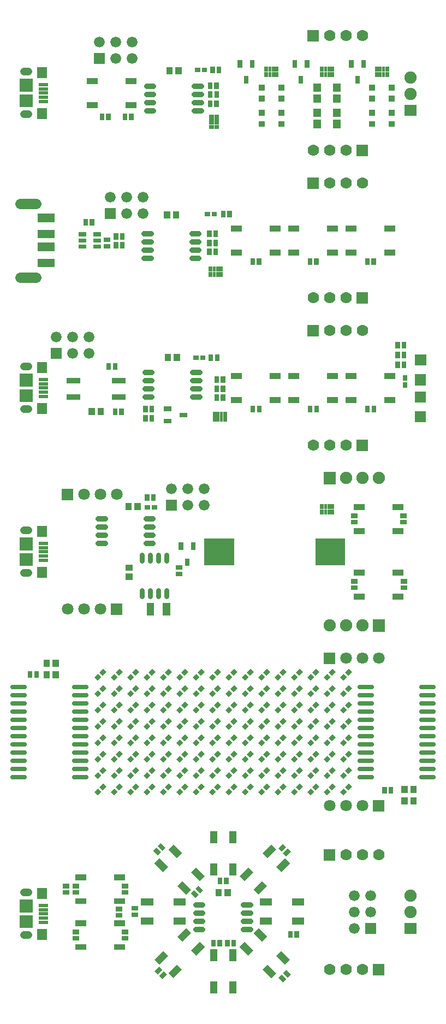
<source format=gts>
G04 Layer: TopSolderMaskLayer*
G04 EasyEDA v6.4.25, 2021-12-03T12:49:28+01:00*
G04 accffd0c38b74f39b4550f21fb377da6,9c416354eb984020824aaf9c885bead6,10*
G04 Gerber Generator version 0.2*
G04 Scale: 100 percent, Rotated: No, Reflected: No *
G04 Dimensions in inches *
G04 leading zeros omitted , absolute positions ,3 integer and 6 decimal *
%FSLAX36Y36*%
%MOIN*%

%ADD61C,0.0260*%
%ADD62C,0.0631*%
%ADD63C,0.0473*%
%ADD64C,0.0336*%
%ADD65C,0.0316*%
%ADD67C,0.0700*%
%ADD69C,0.0709*%
%ADD74C,0.0660*%
%ADD75R,0.0660X0.0660*%
%ADD78C,0.0749*%

%LPD*%
D61*
X2510905Y-3075000D02*
G01*
X2584594Y-3075000D01*
X2510905Y-3025000D02*
G01*
X2584594Y-3025000D01*
X2510905Y-2975000D02*
G01*
X2584594Y-2975000D01*
X2510905Y-2925000D02*
G01*
X2584594Y-2925000D01*
X2510905Y-2875000D02*
G01*
X2584594Y-2875000D01*
X2510905Y-2825000D02*
G01*
X2584594Y-2825000D01*
X2510905Y-2775000D02*
G01*
X2584594Y-2775000D01*
X2510905Y-2725000D02*
G01*
X2584594Y-2725000D01*
X2510905Y-2675000D02*
G01*
X2584594Y-2675000D01*
X2510905Y-2625000D02*
G01*
X2584594Y-2625000D01*
X2510905Y-2575000D02*
G01*
X2584594Y-2575000D01*
X2510905Y-2525000D02*
G01*
X2584594Y-2525000D01*
X2135406Y-3075000D02*
G01*
X2209094Y-3075000D01*
X2135406Y-3025000D02*
G01*
X2209094Y-3025000D01*
X2135406Y-2975000D02*
G01*
X2209094Y-2975000D01*
X2135406Y-2925000D02*
G01*
X2209094Y-2925000D01*
X2135406Y-2875000D02*
G01*
X2209094Y-2875000D01*
X2135406Y-2825000D02*
G01*
X2209094Y-2825000D01*
X2135406Y-2775000D02*
G01*
X2209094Y-2775000D01*
X2135406Y-2725000D02*
G01*
X2209094Y-2725000D01*
X2135406Y-2675000D02*
G01*
X2209094Y-2675000D01*
X2135406Y-2625000D02*
G01*
X2209094Y-2625000D01*
X2135406Y-2575000D02*
G01*
X2209094Y-2575000D01*
X2135406Y-2525000D02*
G01*
X2209094Y-2525000D01*
X89095Y-2525000D02*
G01*
X15405Y-2525000D01*
X89095Y-2575000D02*
G01*
X15405Y-2575000D01*
X89095Y-2625000D02*
G01*
X15405Y-2625000D01*
X89095Y-2675000D02*
G01*
X15405Y-2675000D01*
X89095Y-2725000D02*
G01*
X15405Y-2725000D01*
X89095Y-2775000D02*
G01*
X15405Y-2775000D01*
X89095Y-2825000D02*
G01*
X15405Y-2825000D01*
X89095Y-2875000D02*
G01*
X15405Y-2875000D01*
X89095Y-2925000D02*
G01*
X15405Y-2925000D01*
X89095Y-2975000D02*
G01*
X15405Y-2975000D01*
X89095Y-3025000D02*
G01*
X15405Y-3025000D01*
X89095Y-3075000D02*
G01*
X15405Y-3075000D01*
X464594Y-2525000D02*
G01*
X390905Y-2525000D01*
X464594Y-2575000D02*
G01*
X390905Y-2575000D01*
X464594Y-2625000D02*
G01*
X390905Y-2625000D01*
X464594Y-2675000D02*
G01*
X390905Y-2675000D01*
X464594Y-2725000D02*
G01*
X390905Y-2725000D01*
X464594Y-2775000D02*
G01*
X390905Y-2775000D01*
X464594Y-2825000D02*
G01*
X390905Y-2825000D01*
X464594Y-2875000D02*
G01*
X390905Y-2875000D01*
X464594Y-2925000D02*
G01*
X390905Y-2925000D01*
X464594Y-2975000D02*
G01*
X390905Y-2975000D01*
X464594Y-3025000D02*
G01*
X390905Y-3025000D01*
X464594Y-3075000D02*
G01*
X390905Y-3075000D01*
D62*
X159103Y424420D02*
G01*
X60677Y424420D01*
X159103Y-24389D02*
G01*
X60677Y-24389D01*
D63*
X111109Y-829920D02*
G01*
X83551Y-829920D01*
X111129Y-570079D02*
G01*
X83571Y-570079D01*
X111109Y-4039920D02*
G01*
X83551Y-4039920D01*
X111129Y-3780079D02*
G01*
X83571Y-3780079D01*
X111109Y-1829920D02*
G01*
X83551Y-1829920D01*
X111129Y-1570079D02*
G01*
X83571Y-1570079D01*
D64*
X1125001Y990000D02*
G01*
X1166338Y990000D01*
X1125001Y1040000D02*
G01*
X1166338Y1040000D01*
X1125001Y1090000D02*
G01*
X1166338Y1090000D01*
X1125001Y1140000D02*
G01*
X1166338Y1140000D01*
X833661Y990000D02*
G01*
X874998Y990000D01*
X833661Y1040000D02*
G01*
X874998Y1040000D01*
X833661Y1090000D02*
G01*
X874998Y1090000D01*
X833661Y1140000D02*
G01*
X874998Y1140000D01*
X1110001Y90000D02*
G01*
X1151338Y90000D01*
X1110001Y140000D02*
G01*
X1151338Y140000D01*
X1110001Y190000D02*
G01*
X1151338Y190000D01*
X1110001Y240000D02*
G01*
X1151338Y240000D01*
X818661Y90000D02*
G01*
X859998Y90000D01*
X818661Y140000D02*
G01*
X859998Y140000D01*
X818661Y190000D02*
G01*
X859998Y190000D01*
X818661Y240000D02*
G01*
X859998Y240000D01*
D65*
X955000Y-1755241D02*
G01*
X955000Y-1719020D01*
X905000Y-1755241D02*
G01*
X905000Y-1719020D01*
X855000Y-1755241D02*
G01*
X855000Y-1719020D01*
X805000Y-1755241D02*
G01*
X805000Y-1719020D01*
X955000Y-1970979D02*
G01*
X955000Y-1934760D01*
X905000Y-1970979D02*
G01*
X905000Y-1934760D01*
X855000Y-1970979D02*
G01*
X855000Y-1934760D01*
X805000Y-1970979D02*
G01*
X805000Y-1934760D01*
D64*
X1115001Y-755000D02*
G01*
X1156338Y-755000D01*
X1115001Y-705000D02*
G01*
X1156338Y-705000D01*
X1115001Y-655000D02*
G01*
X1156338Y-655000D01*
X1115001Y-605000D02*
G01*
X1156338Y-605000D01*
X823661Y-755000D02*
G01*
X864998Y-755000D01*
X823661Y-705000D02*
G01*
X864998Y-705000D01*
X823661Y-655000D02*
G01*
X864998Y-655000D01*
X823661Y-605000D02*
G01*
X864998Y-605000D01*
X1425001Y-4005000D02*
G01*
X1466338Y-4005000D01*
X1425001Y-3955000D02*
G01*
X1466338Y-3955000D01*
X1425001Y-3905000D02*
G01*
X1466338Y-3905000D01*
X1425001Y-3855000D02*
G01*
X1466338Y-3855000D01*
X1133661Y-4005000D02*
G01*
X1174998Y-4005000D01*
X1133661Y-3955000D02*
G01*
X1174998Y-3955000D01*
X1133661Y-3905000D02*
G01*
X1174998Y-3905000D01*
X1133661Y-3855000D02*
G01*
X1174998Y-3855000D01*
X830001Y-1650000D02*
G01*
X871338Y-1650000D01*
X830001Y-1600000D02*
G01*
X871338Y-1600000D01*
X830001Y-1550000D02*
G01*
X871338Y-1550000D01*
X830001Y-1500000D02*
G01*
X871338Y-1500000D01*
X538661Y-1650000D02*
G01*
X579998Y-1650000D01*
X538661Y-1600000D02*
G01*
X579998Y-1600000D01*
X538661Y-1550000D02*
G01*
X579998Y-1550000D01*
X538661Y-1500000D02*
G01*
X579998Y-1500000D01*
D63*
X111109Y970079D02*
G01*
X83551Y970079D01*
X111129Y1229920D02*
G01*
X83571Y1229920D01*
G36*
X1915000Y-3585000D02*
G01*
X1915000Y-3515000D01*
X1985000Y-3515000D01*
X1985000Y-3585000D01*
G37*
D67*
G01*
X2050010Y-3550000D03*
G01*
X2150010Y-3550000D03*
G01*
X2250010Y-3550000D03*
G36*
X2215000Y-4285000D02*
G01*
X2215000Y-4215000D01*
X2285000Y-4215000D01*
X2285000Y-4285000D01*
G37*
G01*
X2150010Y-4250000D03*
G01*
X2050010Y-4250000D03*
G01*
X1950010Y-4250000D03*
G36*
X1815000Y515000D02*
G01*
X1815000Y585000D01*
X1885000Y585000D01*
X1885000Y515000D01*
G37*
G01*
X1950000Y550000D03*
G01*
X2050000Y550000D03*
G01*
X2150000Y550000D03*
G36*
X2115000Y-185000D02*
G01*
X2115000Y-115000D01*
X2185000Y-115000D01*
X2185000Y-185000D01*
G37*
G01*
X2050000Y-150000D03*
G01*
X1950000Y-150000D03*
G01*
X1850000Y-150000D03*
G36*
X2115000Y715000D02*
G01*
X2115000Y785000D01*
X2185000Y785000D01*
X2185000Y715000D01*
G37*
G01*
X2050000Y750000D03*
G01*
X1950000Y750000D03*
G01*
X1850000Y750000D03*
G36*
X1815000Y1415000D02*
G01*
X1815000Y1485000D01*
X1885000Y1485000D01*
X1885000Y1415000D01*
G37*
G01*
X1950000Y1450000D03*
G01*
X2050000Y1450000D03*
G01*
X2150000Y1450000D03*
G36*
X2115000Y-1085000D02*
G01*
X2115000Y-1015000D01*
X2185000Y-1015000D01*
X2185000Y-1085000D01*
G37*
G01*
X2050000Y-1050000D03*
G01*
X1950000Y-1050000D03*
G01*
X1850000Y-1050000D03*
G36*
X1815000Y-385000D02*
G01*
X1815000Y-315000D01*
X1885000Y-315000D01*
X1885000Y-385000D01*
G37*
G01*
X1950000Y-350000D03*
G01*
X2050000Y-350000D03*
G01*
X2150000Y-350000D03*
G36*
X314499Y-1385500D02*
G01*
X314499Y-1314499D01*
X385500Y-1314499D01*
X385500Y-1385500D01*
G37*
D69*
G01*
X450000Y-1350000D03*
G01*
X550000Y-1350000D03*
G01*
X650000Y-1350000D03*
G36*
X614499Y-2085500D02*
G01*
X614499Y-2014499D01*
X685500Y-2014499D01*
X685500Y-2085500D01*
G37*
G01*
X550000Y-2050000D03*
G01*
X450000Y-2050000D03*
G01*
X350000Y-2050000D03*
G36*
X2214499Y-3285500D02*
G01*
X2214499Y-3214499D01*
X2285500Y-3214499D01*
X2285500Y-3285500D01*
G37*
G01*
X2150000Y-3250000D03*
G01*
X2050000Y-3250000D03*
G01*
X1950000Y-3250000D03*
G36*
X1914499Y-2385500D02*
G01*
X1914499Y-2314499D01*
X1985500Y-2314499D01*
X1985500Y-2385500D01*
G37*
G01*
X2050000Y-2350000D03*
G01*
X2150000Y-2350000D03*
G01*
X2250000Y-2350000D03*
G36*
X626500Y-864699D02*
G01*
X626500Y-825300D01*
X654200Y-825300D01*
X654200Y-864699D01*
G37*
G36*
X665799Y-864699D02*
G01*
X665799Y-825300D01*
X693499Y-825300D01*
X693499Y-864699D01*
G37*
G36*
X938299Y-841399D02*
G01*
X938299Y-813800D01*
X984399Y-813800D01*
X984399Y-841399D01*
G37*
G36*
X938299Y-916199D02*
G01*
X938299Y-888600D01*
X984399Y-888600D01*
X984399Y-916199D01*
G37*
G36*
X1035600Y-878800D02*
G01*
X1035600Y-851199D01*
X1081700Y-851199D01*
X1081700Y-878800D01*
G37*
G36*
X1103599Y-1689400D02*
G01*
X1103599Y-1643299D01*
X1131199Y-1643299D01*
X1131199Y-1689400D01*
G37*
G36*
X1028800Y-1689400D02*
G01*
X1028800Y-1643299D01*
X1056400Y-1643299D01*
X1056400Y-1689400D01*
G37*
G36*
X1066199Y-1786700D02*
G01*
X1066199Y-1740599D01*
X1093800Y-1740599D01*
X1093800Y-1786700D01*
G37*
G36*
X1463599Y1255599D02*
G01*
X1463599Y1301700D01*
X1491199Y1301700D01*
X1491199Y1255599D01*
G37*
G36*
X1388800Y1255599D02*
G01*
X1388800Y1301700D01*
X1416400Y1301700D01*
X1416400Y1255599D01*
G37*
G36*
X1426199Y1158299D02*
G01*
X1426199Y1204400D01*
X1453800Y1204400D01*
X1453800Y1158299D01*
G37*
G36*
X1798599Y1255599D02*
G01*
X1798599Y1301700D01*
X1826199Y1301700D01*
X1826199Y1255599D01*
G37*
G36*
X1723800Y1255599D02*
G01*
X1723800Y1301700D01*
X1751400Y1301700D01*
X1751400Y1255599D01*
G37*
G36*
X1761199Y1158299D02*
G01*
X1761199Y1204400D01*
X1788800Y1204400D01*
X1788800Y1158299D01*
G37*
G36*
X2143599Y1255599D02*
G01*
X2143599Y1301700D01*
X2171199Y1301700D01*
X2171199Y1255599D01*
G37*
G36*
X2068800Y1255599D02*
G01*
X2068800Y1301700D01*
X2096400Y1301700D01*
X2096400Y1255599D01*
G37*
G36*
X2106199Y1158299D02*
G01*
X2106199Y1204400D01*
X2133800Y1204400D01*
X2133800Y1158299D01*
G37*
G36*
X416700Y224899D02*
G01*
X416700Y249899D01*
X462899Y249899D01*
X462899Y224899D01*
G37*
G36*
X416700Y187500D02*
G01*
X416700Y212500D01*
X462899Y212500D01*
X462899Y187500D01*
G37*
G36*
X416700Y150100D02*
G01*
X416700Y175100D01*
X462899Y175100D01*
X462899Y150100D01*
G37*
G36*
X507100Y150100D02*
G01*
X507100Y175100D01*
X553299Y175100D01*
X553299Y150100D01*
G37*
G36*
X507100Y187500D02*
G01*
X507100Y212500D01*
X553299Y212500D01*
X553299Y187500D01*
G37*
G36*
X507100Y224899D02*
G01*
X507100Y249899D01*
X553299Y249899D01*
X553299Y224899D01*
G37*
D74*
G01*
X1185000Y-1315000D03*
G01*
X1185000Y-1415000D03*
G01*
X1085000Y-1315000D03*
G01*
X1085000Y-1415000D03*
G01*
X985000Y-1315000D03*
G36*
X951999Y-1448000D02*
G01*
X951999Y-1381999D01*
X1018000Y-1381999D01*
X1018000Y-1448000D01*
G37*
G36*
X1010299Y-1848499D02*
G01*
X1010299Y-1820799D01*
X1049700Y-1820799D01*
X1049700Y-1848499D01*
G37*
G36*
X1010299Y-1809200D02*
G01*
X1010299Y-1781500D01*
X1049700Y-1781500D01*
X1049700Y-1809200D01*
G37*
G36*
X168899Y36599D02*
G01*
X168899Y87800D01*
X271300Y87800D01*
X271300Y36599D01*
G37*
G36*
X168899Y135000D02*
G01*
X168899Y186300D01*
X271300Y186300D01*
X271300Y135000D01*
G37*
G36*
X168899Y213800D02*
G01*
X168899Y265000D01*
X271300Y265000D01*
X271300Y213800D01*
G37*
G36*
X168899Y312199D02*
G01*
X168899Y363400D01*
X271300Y363400D01*
X271300Y312199D01*
G37*
G36*
X1130299Y-3812700D02*
G01*
X1102299Y-3784699D01*
X1121899Y-3765200D01*
X1149799Y-3793099D01*
G37*
G36*
X1158100Y-3784800D02*
G01*
X1130200Y-3756900D01*
X1149700Y-3737300D01*
X1177700Y-3765300D01*
G37*
G36*
X645300Y-3933499D02*
G01*
X645300Y-3905799D01*
X684699Y-3905799D01*
X684699Y-3933499D01*
G37*
G36*
X645300Y-3894200D02*
G01*
X645300Y-3866500D01*
X684699Y-3866500D01*
X684699Y-3894200D01*
G37*
G36*
X320300Y-3793499D02*
G01*
X320300Y-3765799D01*
X359699Y-3765799D01*
X359699Y-3793499D01*
G37*
G36*
X320300Y-3754200D02*
G01*
X320300Y-3726500D01*
X359699Y-3726500D01*
X359699Y-3754200D01*
G37*
G01*
X2100000Y-3800000D03*
G01*
X2200000Y-3800000D03*
G01*
X2100000Y-3900000D03*
G01*
X2200000Y-3900000D03*
G01*
X2100000Y-4000000D03*
D75*
G01*
X2200000Y-4000000D03*
D78*
G01*
X2445000Y-3800000D03*
G01*
X2445000Y-3900000D03*
G36*
X2407600Y-4033000D02*
G01*
X2407600Y-3966999D01*
X2482399Y-3966999D01*
X2482399Y-4033000D01*
G37*
D74*
G01*
X480000Y-390000D03*
G01*
X480000Y-490000D03*
G01*
X380000Y-390000D03*
G01*
X380000Y-490000D03*
G01*
X280000Y-390000D03*
G36*
X246999Y-523000D02*
G01*
X246999Y-456999D01*
X313000Y-456999D01*
X313000Y-523000D01*
G37*
G36*
X2471499Y-789400D02*
G01*
X2471499Y-721100D01*
X2538500Y-721100D01*
X2538500Y-789400D01*
G37*
G36*
X2471499Y-908899D02*
G01*
X2471499Y-840599D01*
X2538500Y-840599D01*
X2538500Y-908899D01*
G37*
G36*
X2470799Y-563800D02*
G01*
X2470799Y-496799D01*
X2539200Y-496799D01*
X2539200Y-563800D01*
G37*
G36*
X2471499Y-683899D02*
G01*
X2471499Y-615599D01*
X2538500Y-615599D01*
X2538500Y-683899D01*
G37*
G01*
X810000Y465000D03*
G01*
X810000Y365000D03*
G01*
X710000Y465000D03*
G01*
X710000Y365000D03*
G01*
X610000Y465000D03*
G36*
X576999Y331999D02*
G01*
X576999Y398000D01*
X643000Y398000D01*
X643000Y331999D01*
G37*
G01*
X745000Y1410000D03*
G01*
X745000Y1310000D03*
G01*
X645000Y1410000D03*
G01*
X645000Y1310000D03*
G01*
X545000Y1410000D03*
G36*
X511999Y1276999D02*
G01*
X511999Y1343000D01*
X578000Y1343000D01*
X578000Y1276999D01*
G37*
D78*
G01*
X2445000Y1195000D03*
G01*
X2445000Y1095000D03*
G36*
X2407600Y961999D02*
G01*
X2407600Y1028000D01*
X2482399Y1028000D01*
X2482399Y961999D01*
G37*
G36*
X1337399Y-4199000D02*
G01*
X1337399Y-4124200D01*
X1380699Y-4124200D01*
X1380699Y-4199000D01*
G37*
G36*
X1219300Y-4199000D02*
G01*
X1219300Y-4124200D01*
X1262600Y-4124200D01*
X1262600Y-4199000D01*
G37*
G36*
X1219300Y-4395900D02*
G01*
X1219300Y-4320999D01*
X1262600Y-4320999D01*
X1262600Y-4395900D01*
G37*
G36*
X1337399Y-4395900D02*
G01*
X1337399Y-4320999D01*
X1380699Y-4320999D01*
X1380699Y-4395900D01*
G37*
G36*
X1538299Y-4080500D02*
G01*
X1485299Y-4027500D01*
X1516000Y-3996900D01*
X1568900Y-4049800D01*
G37*
G36*
X1454799Y-4164000D02*
G01*
X1401800Y-4110999D01*
X1432500Y-4080399D01*
X1485399Y-4133299D01*
G37*
G36*
X1593999Y-4303200D02*
G01*
X1541000Y-4250200D01*
X1571700Y-4219600D01*
X1624600Y-4272500D01*
G37*
G36*
X1677500Y-4219699D02*
G01*
X1624499Y-4166700D01*
X1655200Y-4135999D01*
X1708100Y-4189000D01*
G37*
G36*
X1524099Y-3857600D02*
G01*
X1524099Y-3814299D01*
X1598999Y-3814299D01*
X1598999Y-3857600D01*
G37*
G36*
X1524099Y-3975700D02*
G01*
X1524099Y-3932399D01*
X1598999Y-3932399D01*
X1598999Y-3975700D01*
G37*
G36*
X1721000Y-3975700D02*
G01*
X1721000Y-3932399D01*
X1795799Y-3932399D01*
X1795799Y-3975700D01*
G37*
G36*
X1721000Y-3857600D02*
G01*
X1721000Y-3814299D01*
X1795799Y-3814299D01*
X1795799Y-3857600D01*
G37*
G36*
X1432500Y-3709699D02*
G01*
X1401800Y-3679000D01*
X1454799Y-3625999D01*
X1485399Y-3656700D01*
G37*
G36*
X1516000Y-3793200D02*
G01*
X1485299Y-3762500D01*
X1538299Y-3709600D01*
X1568900Y-3740200D01*
G37*
G36*
X1655200Y-3654000D02*
G01*
X1624499Y-3623299D01*
X1677500Y-3570399D01*
X1708100Y-3600999D01*
G37*
G36*
X1571700Y-3570500D02*
G01*
X1541000Y-3539800D01*
X1593999Y-3486900D01*
X1624600Y-3517500D01*
G37*
G36*
X1219300Y-3675900D02*
G01*
X1219300Y-3600999D01*
X1262600Y-3600999D01*
X1262600Y-3675900D01*
G37*
G36*
X1337399Y-3675900D02*
G01*
X1337399Y-3600999D01*
X1380699Y-3600999D01*
X1380699Y-3675900D01*
G37*
G36*
X1337399Y-3479000D02*
G01*
X1337399Y-3404200D01*
X1380699Y-3404200D01*
X1380699Y-3479000D01*
G37*
G36*
X1219300Y-3479000D02*
G01*
X1219300Y-3404200D01*
X1262600Y-3404200D01*
X1262600Y-3479000D01*
G37*
G36*
X1073999Y-3793200D02*
G01*
X1021000Y-3740200D01*
X1051700Y-3709600D01*
X1104600Y-3762500D01*
G37*
G36*
X1157500Y-3709699D02*
G01*
X1104499Y-3656700D01*
X1135200Y-3625999D01*
X1188100Y-3679000D01*
G37*
G36*
X1018299Y-3570500D02*
G01*
X965299Y-3517500D01*
X996000Y-3486900D01*
X1048900Y-3539800D01*
G37*
G36*
X934799Y-3654000D02*
G01*
X881800Y-3600999D01*
X912500Y-3570399D01*
X965399Y-3623299D01*
G37*
G36*
X996000Y-3975700D02*
G01*
X996000Y-3932399D01*
X1070799Y-3932399D01*
X1070799Y-3975700D01*
G37*
G36*
X996000Y-3857600D02*
G01*
X996000Y-3814299D01*
X1070799Y-3814299D01*
X1070799Y-3857600D01*
G37*
G36*
X799099Y-3857600D02*
G01*
X799099Y-3814299D01*
X873999Y-3814299D01*
X873999Y-3857600D01*
G37*
G36*
X799099Y-3975700D02*
G01*
X799099Y-3932399D01*
X873999Y-3932399D01*
X873999Y-3975700D01*
G37*
G36*
X1135200Y-4164000D02*
G01*
X1104499Y-4133299D01*
X1157500Y-4080399D01*
X1188100Y-4110999D01*
G37*
G36*
X1051700Y-4080500D02*
G01*
X1021000Y-4049800D01*
X1073999Y-3996900D01*
X1104600Y-4027500D01*
G37*
G36*
X912500Y-4219699D02*
G01*
X881800Y-4189000D01*
X934799Y-4135999D01*
X965399Y-4166700D01*
G37*
G36*
X996000Y-4303200D02*
G01*
X965299Y-4272500D01*
X1018299Y-4219600D01*
X1048900Y-4250200D01*
G37*
G36*
X1348800Y255000D02*
G01*
X1348800Y290500D01*
X1415000Y290500D01*
X1415000Y255000D01*
G37*
G36*
X1585000Y255000D02*
G01*
X1585000Y290500D01*
X1651199Y290500D01*
X1651199Y255000D01*
G37*
G36*
X1348800Y109400D02*
G01*
X1348800Y144899D01*
X1415000Y144899D01*
X1415000Y109400D01*
G37*
G36*
X1585000Y109400D02*
G01*
X1585000Y144899D01*
X1651199Y144899D01*
X1651199Y109400D01*
G37*
G36*
X1698800Y255000D02*
G01*
X1698800Y290500D01*
X1765000Y290500D01*
X1765000Y255000D01*
G37*
G36*
X1935000Y255000D02*
G01*
X1935000Y290500D01*
X2001199Y290500D01*
X2001199Y255000D01*
G37*
G36*
X1698800Y109400D02*
G01*
X1698800Y144899D01*
X1765000Y144899D01*
X1765000Y109400D01*
G37*
G36*
X1935000Y109400D02*
G01*
X1935000Y144899D01*
X2001199Y144899D01*
X2001199Y109400D01*
G37*
G36*
X2048800Y255000D02*
G01*
X2048800Y290500D01*
X2115000Y290500D01*
X2115000Y255000D01*
G37*
G36*
X2285000Y255000D02*
G01*
X2285000Y290500D01*
X2351199Y290500D01*
X2351199Y255000D01*
G37*
G36*
X2048800Y109400D02*
G01*
X2048800Y144899D01*
X2115000Y144899D01*
X2115000Y109400D01*
G37*
G36*
X2285000Y109400D02*
G01*
X2285000Y144899D01*
X2351199Y144899D01*
X2351199Y109400D01*
G37*
G36*
X705000Y1009400D02*
G01*
X705000Y1044899D01*
X771199Y1044899D01*
X771199Y1009400D01*
G37*
G36*
X468800Y1009400D02*
G01*
X468800Y1044899D01*
X535000Y1044899D01*
X535000Y1009400D01*
G37*
G36*
X705000Y1155000D02*
G01*
X705000Y1190500D01*
X771199Y1190500D01*
X771199Y1155000D01*
G37*
G36*
X468800Y1155000D02*
G01*
X468800Y1190500D01*
X535000Y1190500D01*
X535000Y1155000D01*
G37*
G36*
X1348800Y-645000D02*
G01*
X1348800Y-609499D01*
X1415000Y-609499D01*
X1415000Y-645000D01*
G37*
G36*
X1585000Y-645000D02*
G01*
X1585000Y-609499D01*
X1651199Y-609499D01*
X1651199Y-645000D01*
G37*
G36*
X1348800Y-790599D02*
G01*
X1348800Y-755100D01*
X1415000Y-755100D01*
X1415000Y-790599D01*
G37*
G36*
X1585000Y-790599D02*
G01*
X1585000Y-755100D01*
X1651199Y-755100D01*
X1651199Y-790599D01*
G37*
G36*
X1698800Y-645000D02*
G01*
X1698800Y-609499D01*
X1765000Y-609499D01*
X1765000Y-645000D01*
G37*
G36*
X1935000Y-645000D02*
G01*
X1935000Y-609499D01*
X2001199Y-609499D01*
X2001199Y-645000D01*
G37*
G36*
X1698800Y-790599D02*
G01*
X1698800Y-755100D01*
X1765000Y-755100D01*
X1765000Y-790599D01*
G37*
G36*
X1935000Y-790599D02*
G01*
X1935000Y-755100D01*
X2001199Y-755100D01*
X2001199Y-790599D01*
G37*
G36*
X2048800Y-645000D02*
G01*
X2048800Y-609499D01*
X2115000Y-609499D01*
X2115000Y-645000D01*
G37*
G36*
X2285000Y-645000D02*
G01*
X2285000Y-609499D01*
X2351199Y-609499D01*
X2351199Y-645000D01*
G37*
G36*
X2048800Y-790599D02*
G01*
X2048800Y-755100D01*
X2115000Y-755100D01*
X2115000Y-790599D01*
G37*
G36*
X2285000Y-790599D02*
G01*
X2285000Y-755100D01*
X2351199Y-755100D01*
X2351199Y-790599D01*
G37*
G36*
X398800Y-3704899D02*
G01*
X398800Y-3669400D01*
X465000Y-3669400D01*
X465000Y-3704899D01*
G37*
G36*
X635000Y-3704899D02*
G01*
X635000Y-3669400D01*
X701199Y-3669400D01*
X701199Y-3704899D01*
G37*
G36*
X398800Y-3850500D02*
G01*
X398800Y-3815000D01*
X465000Y-3815000D01*
X465000Y-3850500D01*
G37*
G36*
X635000Y-3850500D02*
G01*
X635000Y-3815000D01*
X701199Y-3815000D01*
X701199Y-3850500D01*
G37*
G36*
X398800Y-3984899D02*
G01*
X398800Y-3949400D01*
X465000Y-3949400D01*
X465000Y-3984899D01*
G37*
G36*
X635000Y-3984899D02*
G01*
X635000Y-3949400D01*
X701199Y-3949400D01*
X701199Y-3984899D01*
G37*
G36*
X398800Y-4130500D02*
G01*
X398800Y-4095000D01*
X465000Y-4095000D01*
X465000Y-4130500D01*
G37*
G36*
X635000Y-4130500D02*
G01*
X635000Y-4095000D01*
X701199Y-4095000D01*
X701199Y-4130500D01*
G37*
G36*
X2335000Y-1990599D02*
G01*
X2335000Y-1955100D01*
X2401199Y-1955100D01*
X2401199Y-1990599D01*
G37*
G36*
X2098800Y-1990599D02*
G01*
X2098800Y-1955100D01*
X2165000Y-1955100D01*
X2165000Y-1990599D01*
G37*
G36*
X2335000Y-1845000D02*
G01*
X2335000Y-1809499D01*
X2401199Y-1809499D01*
X2401199Y-1845000D01*
G37*
G36*
X2098800Y-1845000D02*
G01*
X2098800Y-1809499D01*
X2165000Y-1809499D01*
X2165000Y-1845000D01*
G37*
G36*
X2335000Y-1590599D02*
G01*
X2335000Y-1555100D01*
X2401199Y-1555100D01*
X2401199Y-1590599D01*
G37*
G36*
X2098800Y-1590599D02*
G01*
X2098800Y-1555100D01*
X2165000Y-1555100D01*
X2165000Y-1590599D01*
G37*
G36*
X2335000Y-1445000D02*
G01*
X2335000Y-1409499D01*
X2401199Y-1409499D01*
X2401199Y-1445000D01*
G37*
G36*
X2098800Y-1445000D02*
G01*
X2098800Y-1409499D01*
X2165000Y-1409499D01*
X2165000Y-1445000D01*
G37*
G36*
X2212600Y-2187399D02*
G01*
X2212600Y-2112600D01*
X2287399Y-2112600D01*
X2287399Y-2187399D01*
G37*
G01*
X2150000Y-2150000D03*
G01*
X2050000Y-2150000D03*
G01*
X1950000Y-2150000D03*
G36*
X1912600Y-1287399D02*
G01*
X1912600Y-1212600D01*
X1987399Y-1212600D01*
X1987399Y-1287399D01*
G37*
G01*
X2050000Y-1250000D03*
G01*
X2150000Y-1250000D03*
G01*
X2250000Y-1250000D03*
G36*
X1185799Y-1780700D02*
G01*
X1185799Y-1619299D01*
X1366999Y-1619299D01*
X1366999Y-1780700D01*
G37*
G36*
X1863000Y-1780700D02*
G01*
X1863000Y-1619299D01*
X2044200Y-1619299D01*
X2044200Y-1780700D01*
G37*
G36*
X345799Y-672699D02*
G01*
X345799Y-637300D01*
X428600Y-637300D01*
X428600Y-672699D01*
G37*
G36*
X345799Y-772699D02*
G01*
X345799Y-737300D01*
X428600Y-737300D01*
X428600Y-772699D01*
G37*
G36*
X621399Y-772699D02*
G01*
X621399Y-737300D01*
X704200Y-737300D01*
X704200Y-772699D01*
G37*
G36*
X621399Y-672699D02*
G01*
X621399Y-637300D01*
X704200Y-637300D01*
X704200Y-672699D01*
G37*
G36*
X2351499Y-459699D02*
G01*
X2351499Y-420300D01*
X2379200Y-420300D01*
X2379200Y-459699D01*
G37*
G36*
X2390799Y-459699D02*
G01*
X2390799Y-420300D01*
X2418500Y-420300D01*
X2418500Y-459699D01*
G37*
G36*
X174099Y-709899D02*
G01*
X174099Y-690100D01*
X231199Y-690100D01*
X231199Y-709899D01*
G37*
G36*
X174099Y-735500D02*
G01*
X174099Y-715700D01*
X231199Y-715700D01*
X231199Y-735500D01*
G37*
G36*
X174099Y-761100D02*
G01*
X174099Y-741300D01*
X231199Y-741300D01*
X231199Y-761100D01*
G37*
G36*
X174099Y-684299D02*
G01*
X174099Y-664499D01*
X231199Y-664499D01*
X231199Y-684299D01*
G37*
G36*
X174099Y-658699D02*
G01*
X174099Y-638899D01*
X231199Y-638899D01*
X231199Y-658699D01*
G37*
G36*
X164499Y-607500D02*
G01*
X164499Y-540599D01*
X223600Y-540599D01*
X223600Y-607500D01*
G37*
G36*
X164499Y-859499D02*
G01*
X164499Y-792500D01*
X223600Y-792500D01*
X223600Y-859499D01*
G37*
G36*
X58000Y-692100D02*
G01*
X58000Y-613400D01*
X136700Y-613400D01*
X136700Y-692100D01*
G37*
G36*
X58000Y-786599D02*
G01*
X58000Y-707899D01*
X136700Y-707899D01*
X136700Y-786599D01*
G37*
G36*
X932500Y-2087399D02*
G01*
X932500Y-2012600D01*
X975900Y-2012600D01*
X975900Y-2087399D01*
G37*
G36*
X834099Y-2087399D02*
G01*
X834099Y-2012600D01*
X877500Y-2012600D01*
X877500Y-2087399D01*
G37*
G36*
X174099Y-3919899D02*
G01*
X174099Y-3900100D01*
X231199Y-3900100D01*
X231199Y-3919899D01*
G37*
G36*
X174099Y-3945500D02*
G01*
X174099Y-3925700D01*
X231199Y-3925700D01*
X231199Y-3945500D01*
G37*
G36*
X174099Y-3971100D02*
G01*
X174099Y-3951300D01*
X231199Y-3951300D01*
X231199Y-3971100D01*
G37*
G36*
X174099Y-3894299D02*
G01*
X174099Y-3874499D01*
X231199Y-3874499D01*
X231199Y-3894299D01*
G37*
G36*
X174099Y-3868699D02*
G01*
X174099Y-3848899D01*
X231199Y-3848899D01*
X231199Y-3868699D01*
G37*
G36*
X164499Y-3817500D02*
G01*
X164499Y-3750599D01*
X223600Y-3750599D01*
X223600Y-3817500D01*
G37*
G36*
X164499Y-4069499D02*
G01*
X164499Y-4002500D01*
X223600Y-4002500D01*
X223600Y-4069499D01*
G37*
G36*
X58000Y-3902100D02*
G01*
X58000Y-3823400D01*
X136700Y-3823400D01*
X136700Y-3902100D01*
G37*
G36*
X58000Y-3996599D02*
G01*
X58000Y-3917899D01*
X136700Y-3917899D01*
X136700Y-3996599D01*
G37*
G36*
X174099Y-1709899D02*
G01*
X174099Y-1690100D01*
X231199Y-1690100D01*
X231199Y-1709899D01*
G37*
G36*
X174099Y-1735500D02*
G01*
X174099Y-1715700D01*
X231199Y-1715700D01*
X231199Y-1735500D01*
G37*
G36*
X174099Y-1761100D02*
G01*
X174099Y-1741300D01*
X231199Y-1741300D01*
X231199Y-1761100D01*
G37*
G36*
X174099Y-1684299D02*
G01*
X174099Y-1664499D01*
X231199Y-1664499D01*
X231199Y-1684299D01*
G37*
G36*
X174099Y-1658699D02*
G01*
X174099Y-1638899D01*
X231199Y-1638899D01*
X231199Y-1658699D01*
G37*
G36*
X164499Y-1607500D02*
G01*
X164499Y-1540599D01*
X223600Y-1540599D01*
X223600Y-1607500D01*
G37*
G36*
X164499Y-1859499D02*
G01*
X164499Y-1792500D01*
X223600Y-1792500D01*
X223600Y-1859499D01*
G37*
G36*
X58000Y-1692100D02*
G01*
X58000Y-1613400D01*
X136700Y-1613400D01*
X136700Y-1692100D01*
G37*
G36*
X58000Y-1786599D02*
G01*
X58000Y-1707899D01*
X136700Y-1707899D01*
X136700Y-1786599D01*
G37*
G36*
X1637299Y1115799D02*
G01*
X1637299Y1151199D01*
X1672700Y1151199D01*
X1672700Y1115799D01*
G37*
G36*
X1637299Y1048800D02*
G01*
X1637299Y1084200D01*
X1672700Y1084200D01*
X1672700Y1048800D01*
G37*
G36*
X1637299Y893800D02*
G01*
X1637299Y929200D01*
X1672700Y929200D01*
X1672700Y893800D01*
G37*
G36*
X1637299Y960799D02*
G01*
X1637299Y996199D01*
X1672700Y996199D01*
X1672700Y960799D01*
G37*
G36*
X1517299Y893800D02*
G01*
X1517299Y929200D01*
X1552700Y929200D01*
X1552700Y893800D01*
G37*
G36*
X1517299Y960799D02*
G01*
X1517299Y996199D01*
X1552700Y996199D01*
X1552700Y960799D01*
G37*
G36*
X1517299Y1115799D02*
G01*
X1517299Y1151199D01*
X1552700Y1151199D01*
X1552700Y1115799D01*
G37*
G36*
X1517299Y1048800D02*
G01*
X1517299Y1084200D01*
X1552700Y1084200D01*
X1552700Y1048800D01*
G37*
G36*
X2312299Y1115799D02*
G01*
X2312299Y1151199D01*
X2347700Y1151199D01*
X2347700Y1115799D01*
G37*
G36*
X2312299Y1048800D02*
G01*
X2312299Y1084200D01*
X2347700Y1084200D01*
X2347700Y1048800D01*
G37*
G36*
X2312299Y893800D02*
G01*
X2312299Y929200D01*
X2347700Y929200D01*
X2347700Y893800D01*
G37*
G36*
X2312299Y960799D02*
G01*
X2312299Y996199D01*
X2347700Y996199D01*
X2347700Y960799D01*
G37*
G36*
X2192299Y893800D02*
G01*
X2192299Y929200D01*
X2227700Y929200D01*
X2227700Y893800D01*
G37*
G36*
X2192299Y960799D02*
G01*
X2192299Y996199D01*
X2227700Y996199D01*
X2227700Y960799D01*
G37*
G36*
X2192299Y1115799D02*
G01*
X2192299Y1151199D01*
X2227700Y1151199D01*
X2227700Y1115799D01*
G37*
G36*
X2192299Y1048800D02*
G01*
X2192299Y1084200D01*
X2227700Y1084200D01*
X2227700Y1048800D01*
G37*
G36*
X670799Y205300D02*
G01*
X670799Y244699D01*
X698499Y244699D01*
X698499Y205300D01*
G37*
G36*
X631500Y205300D02*
G01*
X631500Y244699D01*
X659200Y244699D01*
X659200Y205300D01*
G37*
G36*
X670799Y150300D02*
G01*
X670799Y189699D01*
X698499Y189699D01*
X698499Y150300D01*
G37*
G36*
X631500Y150300D02*
G01*
X631500Y189699D01*
X659200Y189699D01*
X659200Y150300D01*
G37*
G36*
X1240799Y220300D02*
G01*
X1240799Y259699D01*
X1268500Y259699D01*
X1268500Y220300D01*
G37*
G36*
X1201499Y220300D02*
G01*
X1201499Y259699D01*
X1229200Y259699D01*
X1229200Y220300D01*
G37*
G36*
X1240900Y165199D02*
G01*
X1240900Y204699D01*
X1268599Y204699D01*
X1268599Y165199D01*
G37*
G36*
X1201499Y165199D02*
G01*
X1201499Y204699D01*
X1229200Y204699D01*
X1229200Y165199D01*
G37*
G36*
X1240799Y110300D02*
G01*
X1240799Y149699D01*
X1268500Y149699D01*
X1268500Y110300D01*
G37*
G36*
X1201499Y110300D02*
G01*
X1201499Y149699D01*
X1229200Y149699D01*
X1229200Y110300D01*
G37*
G36*
X1245799Y1125300D02*
G01*
X1245799Y1164699D01*
X1273500Y1164699D01*
X1273500Y1125300D01*
G37*
G36*
X1206499Y1125300D02*
G01*
X1206499Y1164699D01*
X1234200Y1164699D01*
X1234200Y1125300D01*
G37*
G36*
X1245900Y1070199D02*
G01*
X1245900Y1109699D01*
X1273599Y1109699D01*
X1273599Y1070199D01*
G37*
G36*
X1206499Y1070199D02*
G01*
X1206499Y1109699D01*
X1234200Y1109699D01*
X1234200Y1070199D01*
G37*
G36*
X1245799Y1015300D02*
G01*
X1245799Y1054699D01*
X1273500Y1054699D01*
X1273500Y1015300D01*
G37*
G36*
X1206499Y1015300D02*
G01*
X1206499Y1054699D01*
X1234200Y1054699D01*
X1234200Y1015300D01*
G37*
G36*
X725799Y935300D02*
G01*
X725799Y974699D01*
X753499Y974699D01*
X753499Y935300D01*
G37*
G36*
X686500Y935300D02*
G01*
X686500Y974699D01*
X714200Y974699D01*
X714200Y935300D01*
G37*
G36*
X811499Y-904699D02*
G01*
X811499Y-865300D01*
X839200Y-865300D01*
X839200Y-904699D01*
G37*
G36*
X850799Y-904699D02*
G01*
X850799Y-865300D01*
X878500Y-865300D01*
X878500Y-904699D01*
G37*
G36*
X2351499Y-519699D02*
G01*
X2351499Y-480300D01*
X2379200Y-480300D01*
X2379200Y-519699D01*
G37*
G36*
X2390799Y-519699D02*
G01*
X2390799Y-480300D01*
X2418500Y-480300D01*
X2418500Y-519699D01*
G37*
G36*
X586500Y-589800D02*
G01*
X586500Y-550300D01*
X614200Y-550300D01*
X614200Y-589800D01*
G37*
G36*
X625900Y-589800D02*
G01*
X625900Y-550300D01*
X653600Y-550300D01*
X653600Y-589800D01*
G37*
G36*
X1285799Y-669699D02*
G01*
X1285799Y-630300D01*
X1313500Y-630300D01*
X1313500Y-669699D01*
G37*
G36*
X1246499Y-669699D02*
G01*
X1246499Y-630300D01*
X1274200Y-630300D01*
X1274200Y-669699D01*
G37*
G36*
X1285799Y-724699D02*
G01*
X1285799Y-685300D01*
X1313500Y-685300D01*
X1313500Y-724699D01*
G37*
G36*
X1246499Y-724699D02*
G01*
X1246499Y-685300D01*
X1274200Y-685300D01*
X1274200Y-724699D01*
G37*
G36*
X1285799Y-779699D02*
G01*
X1285799Y-740300D01*
X1313500Y-740300D01*
X1313500Y-779699D01*
G37*
G36*
X1246499Y-779699D02*
G01*
X1246499Y-740300D01*
X1274200Y-740300D01*
X1274200Y-779699D01*
G37*
G36*
X811499Y-849699D02*
G01*
X811499Y-810300D01*
X839200Y-810300D01*
X839200Y-849699D01*
G37*
G36*
X850799Y-849699D02*
G01*
X850799Y-810300D01*
X878500Y-810300D01*
X878500Y-849699D01*
G37*
G36*
X680300Y-3793400D02*
G01*
X680300Y-3765700D01*
X719699Y-3765700D01*
X719699Y-3793400D01*
G37*
G36*
X680300Y-3754000D02*
G01*
X680300Y-3726399D01*
X719699Y-3726399D01*
X719699Y-3754000D01*
G37*
G36*
X680300Y-4073400D02*
G01*
X680300Y-4045700D01*
X719699Y-4045700D01*
X719699Y-4073400D01*
G37*
G36*
X680300Y-4034000D02*
G01*
X680300Y-4006399D01*
X719699Y-4006399D01*
X719699Y-4034000D01*
G37*
G36*
X2080299Y-1894200D02*
G01*
X2080299Y-1866500D01*
X2119799Y-1866500D01*
X2119799Y-1894200D01*
G37*
G36*
X2080299Y-1933499D02*
G01*
X2080299Y-1905799D01*
X2119799Y-1905799D01*
X2119799Y-1933499D01*
G37*
G36*
X2080299Y-1494200D02*
G01*
X2080299Y-1466500D01*
X2119799Y-1466500D01*
X2119799Y-1494200D01*
G37*
G36*
X2080299Y-1533499D02*
G01*
X2080299Y-1505799D01*
X2119799Y-1505799D01*
X2119799Y-1533499D01*
G37*
G36*
X145900Y-2469699D02*
G01*
X145900Y-2430300D01*
X173499Y-2430300D01*
X173499Y-2469699D01*
G37*
G36*
X106500Y-2469699D02*
G01*
X106500Y-2430300D01*
X134200Y-2430300D01*
X134200Y-2469699D01*
G37*
G36*
X2310900Y-3174699D02*
G01*
X2310900Y-3135300D01*
X2338500Y-3135300D01*
X2338500Y-3174699D01*
G37*
G36*
X2271499Y-3174699D02*
G01*
X2271499Y-3135300D01*
X2299200Y-3135300D01*
X2299200Y-3174699D01*
G37*
G36*
X1286499Y340300D02*
G01*
X1286499Y379699D01*
X1314200Y379699D01*
X1314200Y340300D01*
G37*
G36*
X1325799Y340300D02*
G01*
X1325799Y379699D01*
X1353500Y379699D01*
X1353500Y340300D01*
G37*
G36*
X1221499Y1220300D02*
G01*
X1221499Y1259699D01*
X1249200Y1259699D01*
X1249200Y1220300D01*
G37*
G36*
X1260799Y1220300D02*
G01*
X1260799Y1259699D01*
X1288500Y1259699D01*
X1288500Y1220300D01*
G37*
G36*
X1211400Y-534800D02*
G01*
X1211400Y-495300D01*
X1239099Y-495300D01*
X1239099Y-534800D01*
G37*
G36*
X1250799Y-534800D02*
G01*
X1250799Y-495300D01*
X1278500Y-495300D01*
X1278500Y-534800D01*
G37*
G36*
X860799Y-1389699D02*
G01*
X860799Y-1350300D01*
X888500Y-1350300D01*
X888500Y-1389699D01*
G37*
G36*
X821499Y-1389699D02*
G01*
X821499Y-1350300D01*
X849200Y-1350300D01*
X849200Y-1389699D01*
G37*
G36*
X2226599Y1199400D02*
G01*
X2226599Y1229099D01*
X2250399Y1229099D01*
X2250399Y1199400D01*
G37*
G36*
X2289600Y1230900D02*
G01*
X2289600Y1260599D01*
X2313400Y1260599D01*
X2313400Y1230900D01*
G37*
G36*
X2289600Y1199400D02*
G01*
X2289600Y1229099D01*
X2313400Y1229099D01*
X2313400Y1199400D01*
G37*
G36*
X2251199Y1230900D02*
G01*
X2251199Y1260599D01*
X2269099Y1260599D01*
X2269099Y1230900D01*
G37*
G36*
X2251199Y1199400D02*
G01*
X2251199Y1229099D01*
X2269099Y1229099D01*
X2269099Y1199400D01*
G37*
G36*
X2270900Y1230900D02*
G01*
X2270900Y1260599D01*
X2288800Y1260599D01*
X2288800Y1230900D01*
G37*
G36*
X2270900Y1199400D02*
G01*
X2270900Y1229099D01*
X2288800Y1229099D01*
X2288800Y1199400D01*
G37*
G36*
X2226599Y1230900D02*
G01*
X2226599Y1260599D01*
X2250399Y1260599D01*
X2250399Y1230900D01*
G37*
G36*
X1971499Y1108000D02*
G01*
X1971499Y1159000D01*
X2018500Y1159000D01*
X2018500Y1108000D01*
G37*
G36*
X1971499Y1040999D02*
G01*
X1971499Y1091999D01*
X2018500Y1091999D01*
X2018500Y1040999D01*
G37*
G36*
X1971499Y885999D02*
G01*
X1971499Y936999D01*
X2018500Y936999D01*
X2018500Y885999D01*
G37*
G36*
X1971499Y953000D02*
G01*
X1971499Y1004000D01*
X2018500Y1004000D01*
X2018500Y953000D01*
G37*
G36*
X1851499Y885999D02*
G01*
X1851499Y936999D01*
X1898500Y936999D01*
X1898500Y885999D01*
G37*
G36*
X1851499Y953000D02*
G01*
X1851499Y1004000D01*
X1898500Y1004000D01*
X1898500Y953000D01*
G37*
G36*
X1851499Y1108000D02*
G01*
X1851499Y1159000D01*
X1898500Y1159000D01*
X1898500Y1108000D01*
G37*
G36*
X1851499Y1040999D02*
G01*
X1851499Y1091999D01*
X1898500Y1091999D01*
X1898500Y1040999D01*
G37*
G36*
X1187500Y346199D02*
G01*
X1187500Y373800D01*
X1219200Y373800D01*
X1219200Y346199D01*
G37*
G36*
X1230799Y346199D02*
G01*
X1230799Y373800D01*
X1262500Y373800D01*
X1262500Y346199D01*
G37*
G36*
X1211599Y-20599D02*
G01*
X1211599Y9099D01*
X1235399Y9099D01*
X1235399Y-20599D01*
G37*
G36*
X1274600Y10900D02*
G01*
X1274600Y40599D01*
X1298400Y40599D01*
X1298400Y10900D01*
G37*
G36*
X1274600Y-20599D02*
G01*
X1274600Y9099D01*
X1298400Y9099D01*
X1298400Y-20599D01*
G37*
G36*
X1236199Y10900D02*
G01*
X1236199Y40599D01*
X1254099Y40599D01*
X1254099Y10900D01*
G37*
G36*
X1236199Y-20599D02*
G01*
X1236199Y9099D01*
X1254099Y9099D01*
X1254099Y-20599D01*
G37*
G36*
X1255900Y10900D02*
G01*
X1255900Y40599D01*
X1273800Y40599D01*
X1273800Y10900D01*
G37*
G36*
X1255900Y-20599D02*
G01*
X1255900Y9099D01*
X1273800Y9099D01*
X1273800Y-20599D01*
G37*
G36*
X1211599Y10900D02*
G01*
X1211599Y40599D01*
X1235399Y40599D01*
X1235399Y10900D01*
G37*
G36*
X1127500Y1226199D02*
G01*
X1127500Y1253800D01*
X1159200Y1253800D01*
X1159200Y1226199D01*
G37*
G36*
X1170799Y1226199D02*
G01*
X1170799Y1253800D01*
X1202500Y1253800D01*
X1202500Y1226199D01*
G37*
G36*
X1963900Y-3155700D02*
G01*
X1944399Y-3136100D01*
X1966700Y-3113699D01*
X1986300Y-3133299D01*
G37*
G36*
X1933299Y-3186300D02*
G01*
X1913699Y-3166700D01*
X1936099Y-3144299D01*
X1955699Y-3163899D01*
G37*
G36*
X1245900Y881599D02*
G01*
X1245900Y905399D01*
X1275600Y905399D01*
X1275600Y881599D01*
G37*
G36*
X1214399Y944600D02*
G01*
X1214399Y968400D01*
X1244099Y968400D01*
X1244099Y944600D01*
G37*
G36*
X1245900Y944600D02*
G01*
X1245900Y968400D01*
X1275600Y968400D01*
X1275600Y944600D01*
G37*
G36*
X1214399Y906199D02*
G01*
X1214399Y924099D01*
X1244099Y924099D01*
X1244099Y906199D01*
G37*
G36*
X1245900Y906199D02*
G01*
X1245900Y924099D01*
X1275600Y924099D01*
X1275600Y906199D01*
G37*
G36*
X1214399Y925900D02*
G01*
X1214399Y943800D01*
X1244099Y943800D01*
X1244099Y925900D01*
G37*
G36*
X1245900Y925900D02*
G01*
X1245900Y943800D01*
X1275600Y943800D01*
X1275600Y925900D01*
G37*
G36*
X1214399Y881599D02*
G01*
X1214399Y905399D01*
X1244099Y905399D01*
X1244099Y881599D01*
G37*
G36*
X1236599Y-905599D02*
G01*
X1236599Y-875900D01*
X1260399Y-875900D01*
X1260399Y-905599D01*
G37*
G36*
X1299600Y-874099D02*
G01*
X1299600Y-844400D01*
X1323400Y-844400D01*
X1323400Y-874099D01*
G37*
G36*
X1299600Y-905599D02*
G01*
X1299600Y-875900D01*
X1323400Y-875900D01*
X1323400Y-905599D01*
G37*
G36*
X1261199Y-874099D02*
G01*
X1261199Y-844400D01*
X1279099Y-844400D01*
X1279099Y-874099D01*
G37*
G36*
X1261199Y-905599D02*
G01*
X1261199Y-875900D01*
X1279099Y-875900D01*
X1279099Y-905599D01*
G37*
G36*
X1280900Y-874099D02*
G01*
X1280900Y-844400D01*
X1298800Y-844400D01*
X1298800Y-874099D01*
G37*
G36*
X1280900Y-905599D02*
G01*
X1280900Y-875900D01*
X1298800Y-875900D01*
X1298800Y-905599D01*
G37*
G36*
X1236599Y-874099D02*
G01*
X1236599Y-844400D01*
X1260399Y-844400D01*
X1260399Y-874099D01*
G37*
G36*
X1891599Y-1470599D02*
G01*
X1891599Y-1440900D01*
X1915399Y-1440900D01*
X1915399Y-1470599D01*
G37*
G36*
X1954600Y-1439099D02*
G01*
X1954600Y-1409400D01*
X1978400Y-1409400D01*
X1978400Y-1439099D01*
G37*
G36*
X1954600Y-1470599D02*
G01*
X1954600Y-1440900D01*
X1978400Y-1440900D01*
X1978400Y-1470599D01*
G37*
G36*
X1916300Y-1439099D02*
G01*
X1916300Y-1409400D01*
X1934099Y-1409400D01*
X1934099Y-1439099D01*
G37*
G36*
X1916300Y-1470599D02*
G01*
X1916300Y-1440900D01*
X1934099Y-1440900D01*
X1934099Y-1470599D01*
G37*
G36*
X1935900Y-1439099D02*
G01*
X1935900Y-1409400D01*
X1953800Y-1409400D01*
X1953800Y-1439099D01*
G37*
G36*
X1935900Y-1470599D02*
G01*
X1935900Y-1440900D01*
X1953800Y-1440900D01*
X1953800Y-1470599D01*
G37*
G36*
X1891599Y-1439099D02*
G01*
X1891599Y-1409400D01*
X1915399Y-1409400D01*
X1915399Y-1439099D01*
G37*
G36*
X1551599Y1199400D02*
G01*
X1551599Y1229099D01*
X1575399Y1229099D01*
X1575399Y1199400D01*
G37*
G36*
X1614600Y1230900D02*
G01*
X1614600Y1260599D01*
X1638400Y1260599D01*
X1638400Y1230900D01*
G37*
G36*
X1614600Y1199400D02*
G01*
X1614600Y1229099D01*
X1638400Y1229099D01*
X1638400Y1199400D01*
G37*
G36*
X1576199Y1230900D02*
G01*
X1576199Y1260599D01*
X1594099Y1260599D01*
X1594099Y1230900D01*
G37*
G36*
X1576199Y1199400D02*
G01*
X1576199Y1229099D01*
X1594099Y1229099D01*
X1594099Y1199400D01*
G37*
G36*
X1595900Y1230900D02*
G01*
X1595900Y1260599D01*
X1613800Y1260599D01*
X1613800Y1230900D01*
G37*
G36*
X1595900Y1199400D02*
G01*
X1595900Y1229099D01*
X1613800Y1229099D01*
X1613800Y1199400D01*
G37*
G36*
X1551599Y1230900D02*
G01*
X1551599Y1260599D01*
X1575399Y1260599D01*
X1575399Y1230900D01*
G37*
G36*
X1891599Y1199400D02*
G01*
X1891599Y1229099D01*
X1915399Y1229099D01*
X1915399Y1199400D01*
G37*
G36*
X1954600Y1230900D02*
G01*
X1954600Y1260599D01*
X1978400Y1260599D01*
X1978400Y1230900D01*
G37*
G36*
X1954600Y1199400D02*
G01*
X1954600Y1229099D01*
X1978400Y1229099D01*
X1978400Y1199400D01*
G37*
G36*
X1916199Y1230900D02*
G01*
X1916199Y1260599D01*
X1934099Y1260599D01*
X1934099Y1230900D01*
G37*
G36*
X1916199Y1199400D02*
G01*
X1916199Y1229099D01*
X1934099Y1229099D01*
X1934099Y1199400D01*
G37*
G36*
X1935900Y1230900D02*
G01*
X1935900Y1260599D01*
X1953800Y1260599D01*
X1953800Y1230900D01*
G37*
G36*
X1935900Y1199400D02*
G01*
X1935900Y1229099D01*
X1953800Y1229099D01*
X1953800Y1199400D01*
G37*
G36*
X1891599Y1230900D02*
G01*
X1891599Y1260599D01*
X1915399Y1260599D01*
X1915399Y1230900D01*
G37*
G36*
X2063900Y-3155700D02*
G01*
X2044399Y-3136100D01*
X2066700Y-3113699D01*
X2086300Y-3133299D01*
G37*
G36*
X2033299Y-3186300D02*
G01*
X2013699Y-3166700D01*
X2036099Y-3144299D01*
X2055699Y-3163899D01*
G37*
G36*
X1863900Y-3155700D02*
G01*
X1844399Y-3136100D01*
X1866700Y-3113699D01*
X1886300Y-3133299D01*
G37*
G36*
X1833299Y-3186300D02*
G01*
X1813699Y-3166700D01*
X1836099Y-3144299D01*
X1855699Y-3163899D01*
G37*
G36*
X1763900Y-3155700D02*
G01*
X1744399Y-3136100D01*
X1766700Y-3113699D01*
X1786300Y-3133299D01*
G37*
G36*
X1733299Y-3186300D02*
G01*
X1713699Y-3166700D01*
X1736099Y-3144299D01*
X1755699Y-3163899D01*
G37*
G36*
X1363900Y-3155700D02*
G01*
X1344399Y-3136100D01*
X1366700Y-3113699D01*
X1386300Y-3133299D01*
G37*
G36*
X1333299Y-3186300D02*
G01*
X1313699Y-3166700D01*
X1336099Y-3144299D01*
X1355699Y-3163899D01*
G37*
G36*
X1463900Y-3155700D02*
G01*
X1444399Y-3136100D01*
X1466700Y-3113699D01*
X1486300Y-3133299D01*
G37*
G36*
X1433299Y-3186300D02*
G01*
X1413699Y-3166700D01*
X1436099Y-3144299D01*
X1455699Y-3163899D01*
G37*
G36*
X1563900Y-3155700D02*
G01*
X1544399Y-3136100D01*
X1566700Y-3113699D01*
X1586300Y-3133299D01*
G37*
G36*
X1533299Y-3186300D02*
G01*
X1513699Y-3166700D01*
X1536099Y-3144299D01*
X1555699Y-3163899D01*
G37*
G36*
X1663900Y-3155700D02*
G01*
X1644399Y-3136100D01*
X1666700Y-3113699D01*
X1686300Y-3133299D01*
G37*
G36*
X1633299Y-3186300D02*
G01*
X1613699Y-3166700D01*
X1636099Y-3144299D01*
X1655699Y-3163899D01*
G37*
G36*
X1663900Y-3055700D02*
G01*
X1644399Y-3036100D01*
X1666700Y-3013699D01*
X1686300Y-3033299D01*
G37*
G36*
X1633299Y-3086300D02*
G01*
X1613699Y-3066700D01*
X1636099Y-3044299D01*
X1655699Y-3063899D01*
G37*
G36*
X1563900Y-3055700D02*
G01*
X1544399Y-3036100D01*
X1566700Y-3013699D01*
X1586300Y-3033299D01*
G37*
G36*
X1533299Y-3086300D02*
G01*
X1513699Y-3066700D01*
X1536099Y-3044299D01*
X1555699Y-3063899D01*
G37*
G36*
X1463900Y-3055700D02*
G01*
X1444399Y-3036100D01*
X1466700Y-3013699D01*
X1486300Y-3033299D01*
G37*
G36*
X1433299Y-3086300D02*
G01*
X1413699Y-3066700D01*
X1436099Y-3044299D01*
X1455699Y-3063899D01*
G37*
G36*
X1363900Y-3055700D02*
G01*
X1344399Y-3036100D01*
X1366700Y-3013699D01*
X1386300Y-3033299D01*
G37*
G36*
X1333299Y-3086300D02*
G01*
X1313699Y-3066700D01*
X1336099Y-3044299D01*
X1355699Y-3063899D01*
G37*
G36*
X1763900Y-3055700D02*
G01*
X1744399Y-3036100D01*
X1766700Y-3013699D01*
X1786300Y-3033299D01*
G37*
G36*
X1733299Y-3086300D02*
G01*
X1713699Y-3066700D01*
X1736099Y-3044299D01*
X1755699Y-3063899D01*
G37*
G36*
X1863900Y-3055700D02*
G01*
X1844399Y-3036100D01*
X1866700Y-3013699D01*
X1886300Y-3033299D01*
G37*
G36*
X1833299Y-3086300D02*
G01*
X1813699Y-3066700D01*
X1836099Y-3044299D01*
X1855699Y-3063899D01*
G37*
G36*
X1963900Y-3055700D02*
G01*
X1944399Y-3036100D01*
X1966700Y-3013699D01*
X1986300Y-3033299D01*
G37*
G36*
X1933299Y-3086300D02*
G01*
X1913699Y-3066700D01*
X1936099Y-3044299D01*
X1955699Y-3063899D01*
G37*
G36*
X2063900Y-3055700D02*
G01*
X2044399Y-3036100D01*
X2066700Y-3013699D01*
X2086300Y-3033299D01*
G37*
G36*
X2033299Y-3086300D02*
G01*
X2013699Y-3066700D01*
X2036099Y-3044299D01*
X2055699Y-3063899D01*
G37*
G36*
X1663900Y-2955700D02*
G01*
X1644399Y-2936100D01*
X1666700Y-2913699D01*
X1686300Y-2933299D01*
G37*
G36*
X1633299Y-2986300D02*
G01*
X1613699Y-2966700D01*
X1636099Y-2944299D01*
X1655699Y-2963899D01*
G37*
G36*
X1563900Y-2955700D02*
G01*
X1544399Y-2936100D01*
X1566700Y-2913699D01*
X1586300Y-2933299D01*
G37*
G36*
X1533299Y-2986300D02*
G01*
X1513699Y-2966700D01*
X1536099Y-2944299D01*
X1555699Y-2963899D01*
G37*
G36*
X1463900Y-2955700D02*
G01*
X1444399Y-2936100D01*
X1466700Y-2913699D01*
X1486300Y-2933299D01*
G37*
G36*
X1433299Y-2986300D02*
G01*
X1413699Y-2966700D01*
X1436099Y-2944299D01*
X1455699Y-2963899D01*
G37*
G36*
X1363900Y-2955700D02*
G01*
X1344399Y-2936100D01*
X1366700Y-2913699D01*
X1386300Y-2933299D01*
G37*
G36*
X1333299Y-2986300D02*
G01*
X1313699Y-2966700D01*
X1336099Y-2944299D01*
X1355699Y-2963899D01*
G37*
G36*
X1763900Y-2955700D02*
G01*
X1744399Y-2936100D01*
X1766700Y-2913699D01*
X1786300Y-2933299D01*
G37*
G36*
X1733299Y-2986300D02*
G01*
X1713699Y-2966700D01*
X1736099Y-2944299D01*
X1755699Y-2963899D01*
G37*
G36*
X1863900Y-2955700D02*
G01*
X1844399Y-2936100D01*
X1866700Y-2913699D01*
X1886300Y-2933299D01*
G37*
G36*
X1833299Y-2986300D02*
G01*
X1813699Y-2966700D01*
X1836099Y-2944299D01*
X1855699Y-2963899D01*
G37*
G36*
X1963900Y-2955700D02*
G01*
X1944399Y-2936100D01*
X1966700Y-2913699D01*
X1986300Y-2933299D01*
G37*
G36*
X1933299Y-2986300D02*
G01*
X1913699Y-2966700D01*
X1936099Y-2944299D01*
X1955699Y-2963899D01*
G37*
G36*
X2063900Y-2955700D02*
G01*
X2044399Y-2936100D01*
X2066700Y-2913699D01*
X2086300Y-2933299D01*
G37*
G36*
X2033299Y-2986300D02*
G01*
X2013699Y-2966700D01*
X2036099Y-2944299D01*
X2055699Y-2963899D01*
G37*
G36*
X1663900Y-2855700D02*
G01*
X1644399Y-2836100D01*
X1666700Y-2813699D01*
X1686300Y-2833299D01*
G37*
G36*
X1633299Y-2886300D02*
G01*
X1613699Y-2866700D01*
X1636099Y-2844299D01*
X1655699Y-2863899D01*
G37*
G36*
X1563900Y-2855700D02*
G01*
X1544399Y-2836100D01*
X1566700Y-2813699D01*
X1586300Y-2833299D01*
G37*
G36*
X1533299Y-2886300D02*
G01*
X1513699Y-2866700D01*
X1536099Y-2844299D01*
X1555699Y-2863899D01*
G37*
G36*
X1463900Y-2855700D02*
G01*
X1444399Y-2836100D01*
X1466700Y-2813699D01*
X1486300Y-2833299D01*
G37*
G36*
X1433299Y-2886300D02*
G01*
X1413699Y-2866700D01*
X1436099Y-2844299D01*
X1455699Y-2863899D01*
G37*
G36*
X1363900Y-2855700D02*
G01*
X1344399Y-2836100D01*
X1366700Y-2813699D01*
X1386300Y-2833299D01*
G37*
G36*
X1333299Y-2886300D02*
G01*
X1313699Y-2866700D01*
X1336099Y-2844299D01*
X1355699Y-2863899D01*
G37*
G36*
X1763900Y-2855700D02*
G01*
X1744399Y-2836100D01*
X1766700Y-2813699D01*
X1786300Y-2833299D01*
G37*
G36*
X1733299Y-2886300D02*
G01*
X1713699Y-2866700D01*
X1736099Y-2844299D01*
X1755699Y-2863899D01*
G37*
G36*
X1863900Y-2855700D02*
G01*
X1844399Y-2836100D01*
X1866700Y-2813699D01*
X1886300Y-2833299D01*
G37*
G36*
X1833299Y-2886300D02*
G01*
X1813699Y-2866700D01*
X1836099Y-2844299D01*
X1855699Y-2863899D01*
G37*
G36*
X1963900Y-2855700D02*
G01*
X1944399Y-2836100D01*
X1966700Y-2813699D01*
X1986300Y-2833299D01*
G37*
G36*
X1933299Y-2886300D02*
G01*
X1913699Y-2866700D01*
X1936099Y-2844299D01*
X1955699Y-2863899D01*
G37*
G36*
X2063900Y-2855700D02*
G01*
X2044399Y-2836100D01*
X2066700Y-2813699D01*
X2086300Y-2833299D01*
G37*
G36*
X2033299Y-2886300D02*
G01*
X2013699Y-2866700D01*
X2036099Y-2844299D01*
X2055699Y-2863899D01*
G37*
G36*
X2063900Y-2455700D02*
G01*
X2044399Y-2436100D01*
X2066700Y-2413699D01*
X2086300Y-2433299D01*
G37*
G36*
X2033299Y-2486300D02*
G01*
X2013699Y-2466700D01*
X2036099Y-2444299D01*
X2055699Y-2463899D01*
G37*
G36*
X1963900Y-2455700D02*
G01*
X1944399Y-2436100D01*
X1966700Y-2413699D01*
X1986300Y-2433299D01*
G37*
G36*
X1933299Y-2486300D02*
G01*
X1913699Y-2466700D01*
X1936099Y-2444299D01*
X1955699Y-2463899D01*
G37*
G36*
X1863900Y-2455700D02*
G01*
X1844399Y-2436100D01*
X1866700Y-2413699D01*
X1886300Y-2433299D01*
G37*
G36*
X1833299Y-2486300D02*
G01*
X1813699Y-2466700D01*
X1836099Y-2444299D01*
X1855699Y-2463899D01*
G37*
G36*
X1763900Y-2455700D02*
G01*
X1744399Y-2436100D01*
X1766700Y-2413699D01*
X1786300Y-2433299D01*
G37*
G36*
X1733299Y-2486300D02*
G01*
X1713699Y-2466700D01*
X1736099Y-2444299D01*
X1755699Y-2463899D01*
G37*
G36*
X1363900Y-2455700D02*
G01*
X1344399Y-2436100D01*
X1366700Y-2413699D01*
X1386300Y-2433299D01*
G37*
G36*
X1333299Y-2486300D02*
G01*
X1313699Y-2466700D01*
X1336099Y-2444299D01*
X1355699Y-2463899D01*
G37*
G36*
X1463900Y-2455700D02*
G01*
X1444399Y-2436100D01*
X1466700Y-2413699D01*
X1486300Y-2433299D01*
G37*
G36*
X1433299Y-2486300D02*
G01*
X1413699Y-2466700D01*
X1436099Y-2444299D01*
X1455699Y-2463899D01*
G37*
G36*
X1563900Y-2455700D02*
G01*
X1544399Y-2436100D01*
X1566700Y-2413699D01*
X1586300Y-2433299D01*
G37*
G36*
X1533299Y-2486300D02*
G01*
X1513699Y-2466700D01*
X1536099Y-2444299D01*
X1555699Y-2463899D01*
G37*
G36*
X1663900Y-2455700D02*
G01*
X1644399Y-2436100D01*
X1666700Y-2413699D01*
X1686300Y-2433299D01*
G37*
G36*
X1633299Y-2486300D02*
G01*
X1613699Y-2466700D01*
X1636099Y-2444299D01*
X1655699Y-2463899D01*
G37*
G36*
X2063900Y-2555700D02*
G01*
X2044399Y-2536100D01*
X2066700Y-2513699D01*
X2086300Y-2533299D01*
G37*
G36*
X2033299Y-2586300D02*
G01*
X2013699Y-2566700D01*
X2036099Y-2544299D01*
X2055699Y-2563899D01*
G37*
G36*
X1963900Y-2555700D02*
G01*
X1944399Y-2536100D01*
X1966700Y-2513699D01*
X1986300Y-2533299D01*
G37*
G36*
X1933299Y-2586300D02*
G01*
X1913699Y-2566700D01*
X1936099Y-2544299D01*
X1955699Y-2563899D01*
G37*
G36*
X1863900Y-2555700D02*
G01*
X1844399Y-2536100D01*
X1866700Y-2513699D01*
X1886300Y-2533299D01*
G37*
G36*
X1833299Y-2586300D02*
G01*
X1813699Y-2566700D01*
X1836099Y-2544299D01*
X1855699Y-2563899D01*
G37*
G36*
X1763900Y-2555700D02*
G01*
X1744399Y-2536100D01*
X1766700Y-2513699D01*
X1786300Y-2533299D01*
G37*
G36*
X1733299Y-2586300D02*
G01*
X1713699Y-2566700D01*
X1736099Y-2544299D01*
X1755699Y-2563899D01*
G37*
G36*
X1363900Y-2555700D02*
G01*
X1344399Y-2536100D01*
X1366700Y-2513699D01*
X1386300Y-2533299D01*
G37*
G36*
X1333299Y-2586300D02*
G01*
X1313699Y-2566700D01*
X1336099Y-2544299D01*
X1355699Y-2563899D01*
G37*
G36*
X1463900Y-2555700D02*
G01*
X1444399Y-2536100D01*
X1466700Y-2513699D01*
X1486300Y-2533299D01*
G37*
G36*
X1433299Y-2586300D02*
G01*
X1413699Y-2566700D01*
X1436099Y-2544299D01*
X1455699Y-2563899D01*
G37*
G36*
X1563900Y-2555700D02*
G01*
X1544399Y-2536100D01*
X1566700Y-2513699D01*
X1586300Y-2533299D01*
G37*
G36*
X1533299Y-2586300D02*
G01*
X1513699Y-2566700D01*
X1536099Y-2544299D01*
X1555699Y-2563899D01*
G37*
G36*
X1663900Y-2555700D02*
G01*
X1644399Y-2536100D01*
X1666700Y-2513699D01*
X1686300Y-2533299D01*
G37*
G36*
X1633299Y-2586300D02*
G01*
X1613699Y-2566700D01*
X1636099Y-2544299D01*
X1655699Y-2563899D01*
G37*
G36*
X2063900Y-2655700D02*
G01*
X2044399Y-2636100D01*
X2066700Y-2613699D01*
X2086300Y-2633299D01*
G37*
G36*
X2033299Y-2686300D02*
G01*
X2013699Y-2666700D01*
X2036099Y-2644299D01*
X2055699Y-2663899D01*
G37*
G36*
X1963900Y-2655700D02*
G01*
X1944399Y-2636100D01*
X1966700Y-2613699D01*
X1986300Y-2633299D01*
G37*
G36*
X1933299Y-2686300D02*
G01*
X1913699Y-2666700D01*
X1936099Y-2644299D01*
X1955699Y-2663899D01*
G37*
G36*
X1863900Y-2655700D02*
G01*
X1844399Y-2636100D01*
X1866700Y-2613699D01*
X1886300Y-2633299D01*
G37*
G36*
X1833299Y-2686300D02*
G01*
X1813699Y-2666700D01*
X1836099Y-2644299D01*
X1855699Y-2663899D01*
G37*
G36*
X1763900Y-2655700D02*
G01*
X1744399Y-2636100D01*
X1766700Y-2613699D01*
X1786300Y-2633299D01*
G37*
G36*
X1733299Y-2686300D02*
G01*
X1713699Y-2666700D01*
X1736099Y-2644299D01*
X1755699Y-2663899D01*
G37*
G36*
X1363900Y-2655700D02*
G01*
X1344399Y-2636100D01*
X1366700Y-2613699D01*
X1386300Y-2633299D01*
G37*
G36*
X1333299Y-2686300D02*
G01*
X1313699Y-2666700D01*
X1336099Y-2644299D01*
X1355699Y-2663899D01*
G37*
G36*
X1463900Y-2655700D02*
G01*
X1444399Y-2636100D01*
X1466700Y-2613699D01*
X1486300Y-2633299D01*
G37*
G36*
X1433299Y-2686300D02*
G01*
X1413699Y-2666700D01*
X1436099Y-2644299D01*
X1455699Y-2663899D01*
G37*
G36*
X1563900Y-2655700D02*
G01*
X1544399Y-2636100D01*
X1566700Y-2613699D01*
X1586300Y-2633299D01*
G37*
G36*
X1533299Y-2686300D02*
G01*
X1513699Y-2666700D01*
X1536099Y-2644299D01*
X1555699Y-2663899D01*
G37*
G36*
X1663900Y-2655700D02*
G01*
X1644399Y-2636100D01*
X1666700Y-2613699D01*
X1686300Y-2633299D01*
G37*
G36*
X1633299Y-2686300D02*
G01*
X1613699Y-2666700D01*
X1636099Y-2644299D01*
X1655699Y-2663899D01*
G37*
G36*
X1663900Y-2755700D02*
G01*
X1644399Y-2736100D01*
X1666700Y-2713699D01*
X1686300Y-2733299D01*
G37*
G36*
X1633299Y-2786300D02*
G01*
X1613699Y-2766700D01*
X1636099Y-2744299D01*
X1655699Y-2763899D01*
G37*
G36*
X1563900Y-2755700D02*
G01*
X1544399Y-2736100D01*
X1566700Y-2713699D01*
X1586300Y-2733299D01*
G37*
G36*
X1533299Y-2786300D02*
G01*
X1513699Y-2766700D01*
X1536099Y-2744299D01*
X1555699Y-2763899D01*
G37*
G36*
X1463900Y-2755700D02*
G01*
X1444399Y-2736100D01*
X1466700Y-2713699D01*
X1486300Y-2733299D01*
G37*
G36*
X1433299Y-2786300D02*
G01*
X1413699Y-2766700D01*
X1436099Y-2744299D01*
X1455699Y-2763899D01*
G37*
G36*
X1363900Y-2755700D02*
G01*
X1344399Y-2736100D01*
X1366700Y-2713699D01*
X1386300Y-2733299D01*
G37*
G36*
X1333299Y-2786300D02*
G01*
X1313699Y-2766700D01*
X1336099Y-2744299D01*
X1355699Y-2763899D01*
G37*
G36*
X1763900Y-2755700D02*
G01*
X1744399Y-2736100D01*
X1766700Y-2713699D01*
X1786300Y-2733299D01*
G37*
G36*
X1733299Y-2786300D02*
G01*
X1713699Y-2766700D01*
X1736099Y-2744299D01*
X1755699Y-2763899D01*
G37*
G36*
X1863900Y-2755700D02*
G01*
X1844399Y-2736100D01*
X1866700Y-2713699D01*
X1886300Y-2733299D01*
G37*
G36*
X1833299Y-2786300D02*
G01*
X1813699Y-2766700D01*
X1836099Y-2744299D01*
X1855699Y-2763899D01*
G37*
G36*
X1963900Y-2755700D02*
G01*
X1944399Y-2736100D01*
X1966700Y-2713699D01*
X1986300Y-2733299D01*
G37*
G36*
X1933299Y-2786300D02*
G01*
X1913699Y-2766700D01*
X1936099Y-2744299D01*
X1955699Y-2763899D01*
G37*
G36*
X2063900Y-2755700D02*
G01*
X2044399Y-2736100D01*
X2066700Y-2713699D01*
X2086300Y-2733299D01*
G37*
G36*
X2033299Y-2786300D02*
G01*
X2013699Y-2766700D01*
X2036099Y-2744299D01*
X2055699Y-2763899D01*
G37*
G36*
X1263900Y-2755700D02*
G01*
X1244399Y-2736100D01*
X1266700Y-2713699D01*
X1286300Y-2733299D01*
G37*
G36*
X1233299Y-2786300D02*
G01*
X1213699Y-2766700D01*
X1236099Y-2744299D01*
X1255699Y-2763899D01*
G37*
G36*
X1163900Y-2755700D02*
G01*
X1144399Y-2736100D01*
X1166700Y-2713699D01*
X1186300Y-2733299D01*
G37*
G36*
X1133299Y-2786300D02*
G01*
X1113699Y-2766700D01*
X1136099Y-2744299D01*
X1155699Y-2763899D01*
G37*
G36*
X1063900Y-2755700D02*
G01*
X1044399Y-2736100D01*
X1066700Y-2713699D01*
X1086300Y-2733299D01*
G37*
G36*
X1033299Y-2786300D02*
G01*
X1013699Y-2766700D01*
X1036099Y-2744299D01*
X1055699Y-2763899D01*
G37*
G36*
X963900Y-2755700D02*
G01*
X944399Y-2736100D01*
X966700Y-2713699D01*
X986300Y-2733299D01*
G37*
G36*
X933299Y-2786300D02*
G01*
X913699Y-2766700D01*
X936099Y-2744299D01*
X955699Y-2763899D01*
G37*
G36*
X563899Y-2755700D02*
G01*
X544400Y-2736100D01*
X566700Y-2713699D01*
X586300Y-2733299D01*
G37*
G36*
X533299Y-2786300D02*
G01*
X513699Y-2766700D01*
X536100Y-2744299D01*
X555700Y-2763899D01*
G37*
G36*
X663899Y-2755700D02*
G01*
X644400Y-2736100D01*
X666700Y-2713699D01*
X686300Y-2733299D01*
G37*
G36*
X633299Y-2786300D02*
G01*
X613699Y-2766700D01*
X636100Y-2744299D01*
X655700Y-2763899D01*
G37*
G36*
X763900Y-2755700D02*
G01*
X744400Y-2736100D01*
X766700Y-2713699D01*
X786300Y-2733299D01*
G37*
G36*
X733299Y-2786300D02*
G01*
X713699Y-2766700D01*
X736100Y-2744299D01*
X755700Y-2763899D01*
G37*
G36*
X863900Y-2755700D02*
G01*
X844399Y-2736100D01*
X866700Y-2713699D01*
X886300Y-2733299D01*
G37*
G36*
X833299Y-2786300D02*
G01*
X813699Y-2766700D01*
X836099Y-2744299D01*
X855699Y-2763899D01*
G37*
G36*
X863900Y-2655700D02*
G01*
X844399Y-2636100D01*
X866700Y-2613699D01*
X886300Y-2633299D01*
G37*
G36*
X833299Y-2686300D02*
G01*
X813699Y-2666700D01*
X836099Y-2644299D01*
X855699Y-2663899D01*
G37*
G36*
X763900Y-2655700D02*
G01*
X744400Y-2636100D01*
X766700Y-2613699D01*
X786300Y-2633299D01*
G37*
G36*
X733299Y-2686300D02*
G01*
X713699Y-2666700D01*
X736100Y-2644299D01*
X755700Y-2663899D01*
G37*
G36*
X663899Y-2655700D02*
G01*
X644400Y-2636100D01*
X666700Y-2613699D01*
X686300Y-2633299D01*
G37*
G36*
X633299Y-2686300D02*
G01*
X613699Y-2666700D01*
X636100Y-2644299D01*
X655700Y-2663899D01*
G37*
G36*
X563899Y-2655700D02*
G01*
X544400Y-2636100D01*
X566700Y-2613699D01*
X586300Y-2633299D01*
G37*
G36*
X533299Y-2686300D02*
G01*
X513699Y-2666700D01*
X536100Y-2644299D01*
X555700Y-2663899D01*
G37*
G36*
X963900Y-2655700D02*
G01*
X944399Y-2636100D01*
X966700Y-2613699D01*
X986300Y-2633299D01*
G37*
G36*
X933299Y-2686300D02*
G01*
X913699Y-2666700D01*
X936099Y-2644299D01*
X955699Y-2663899D01*
G37*
G36*
X1063900Y-2655700D02*
G01*
X1044399Y-2636100D01*
X1066700Y-2613699D01*
X1086300Y-2633299D01*
G37*
G36*
X1033299Y-2686300D02*
G01*
X1013699Y-2666700D01*
X1036099Y-2644299D01*
X1055699Y-2663899D01*
G37*
G36*
X1163900Y-2655700D02*
G01*
X1144399Y-2636100D01*
X1166700Y-2613699D01*
X1186300Y-2633299D01*
G37*
G36*
X1133299Y-2686300D02*
G01*
X1113699Y-2666700D01*
X1136099Y-2644299D01*
X1155699Y-2663899D01*
G37*
G36*
X1263900Y-2655700D02*
G01*
X1244399Y-2636100D01*
X1266700Y-2613699D01*
X1286300Y-2633299D01*
G37*
G36*
X1233299Y-2686300D02*
G01*
X1213699Y-2666700D01*
X1236099Y-2644299D01*
X1255699Y-2663899D01*
G37*
G36*
X863900Y-2555700D02*
G01*
X844399Y-2536100D01*
X866700Y-2513699D01*
X886300Y-2533299D01*
G37*
G36*
X833299Y-2586300D02*
G01*
X813699Y-2566700D01*
X836099Y-2544299D01*
X855699Y-2563899D01*
G37*
G36*
X763900Y-2555700D02*
G01*
X744400Y-2536100D01*
X766700Y-2513699D01*
X786300Y-2533299D01*
G37*
G36*
X733299Y-2586300D02*
G01*
X713699Y-2566700D01*
X736100Y-2544299D01*
X755700Y-2563899D01*
G37*
G36*
X663899Y-2555700D02*
G01*
X644400Y-2536100D01*
X666700Y-2513699D01*
X686300Y-2533299D01*
G37*
G36*
X633299Y-2586300D02*
G01*
X613699Y-2566700D01*
X636100Y-2544299D01*
X655700Y-2563899D01*
G37*
G36*
X563899Y-2555700D02*
G01*
X544400Y-2536100D01*
X566700Y-2513699D01*
X586300Y-2533299D01*
G37*
G36*
X533299Y-2586300D02*
G01*
X513699Y-2566700D01*
X536100Y-2544299D01*
X555700Y-2563899D01*
G37*
G36*
X963900Y-2555700D02*
G01*
X944399Y-2536100D01*
X966700Y-2513699D01*
X986300Y-2533299D01*
G37*
G36*
X933299Y-2586300D02*
G01*
X913699Y-2566700D01*
X936099Y-2544299D01*
X955699Y-2563899D01*
G37*
G36*
X1063900Y-2555700D02*
G01*
X1044399Y-2536100D01*
X1066700Y-2513699D01*
X1086300Y-2533299D01*
G37*
G36*
X1033299Y-2586300D02*
G01*
X1013699Y-2566700D01*
X1036099Y-2544299D01*
X1055699Y-2563899D01*
G37*
G36*
X1163900Y-2555700D02*
G01*
X1144399Y-2536100D01*
X1166700Y-2513699D01*
X1186300Y-2533299D01*
G37*
G36*
X1133299Y-2586300D02*
G01*
X1113699Y-2566700D01*
X1136099Y-2544299D01*
X1155699Y-2563899D01*
G37*
G36*
X1263900Y-2555700D02*
G01*
X1244399Y-2536100D01*
X1266700Y-2513699D01*
X1286300Y-2533299D01*
G37*
G36*
X1233299Y-2586300D02*
G01*
X1213699Y-2566700D01*
X1236099Y-2544299D01*
X1255699Y-2563899D01*
G37*
G36*
X863900Y-2455700D02*
G01*
X844399Y-2436100D01*
X866700Y-2413699D01*
X886300Y-2433299D01*
G37*
G36*
X833299Y-2486300D02*
G01*
X813699Y-2466700D01*
X836099Y-2444299D01*
X855699Y-2463899D01*
G37*
G36*
X763900Y-2455700D02*
G01*
X744400Y-2436100D01*
X766700Y-2413699D01*
X786300Y-2433299D01*
G37*
G36*
X733299Y-2486300D02*
G01*
X713699Y-2466700D01*
X736100Y-2444299D01*
X755700Y-2463899D01*
G37*
G36*
X663899Y-2455700D02*
G01*
X644400Y-2436100D01*
X666700Y-2413699D01*
X686300Y-2433299D01*
G37*
G36*
X633299Y-2486300D02*
G01*
X613699Y-2466700D01*
X636100Y-2444299D01*
X655700Y-2463899D01*
G37*
G36*
X563899Y-2455700D02*
G01*
X544400Y-2436100D01*
X566700Y-2413699D01*
X586300Y-2433299D01*
G37*
G36*
X533299Y-2486300D02*
G01*
X513699Y-2466700D01*
X536100Y-2444299D01*
X555700Y-2463899D01*
G37*
G36*
X963900Y-2455700D02*
G01*
X944399Y-2436100D01*
X966700Y-2413699D01*
X986300Y-2433299D01*
G37*
G36*
X933299Y-2486300D02*
G01*
X913699Y-2466700D01*
X936099Y-2444299D01*
X955699Y-2463899D01*
G37*
G36*
X1063900Y-2455700D02*
G01*
X1044399Y-2436100D01*
X1066700Y-2413699D01*
X1086300Y-2433299D01*
G37*
G36*
X1033299Y-2486300D02*
G01*
X1013699Y-2466700D01*
X1036099Y-2444299D01*
X1055699Y-2463899D01*
G37*
G36*
X1163900Y-2455700D02*
G01*
X1144399Y-2436100D01*
X1166700Y-2413699D01*
X1186300Y-2433299D01*
G37*
G36*
X1133299Y-2486300D02*
G01*
X1113699Y-2466700D01*
X1136099Y-2444299D01*
X1155699Y-2463899D01*
G37*
G36*
X1263900Y-2455700D02*
G01*
X1244399Y-2436100D01*
X1266700Y-2413699D01*
X1286300Y-2433299D01*
G37*
G36*
X1233299Y-2486300D02*
G01*
X1213699Y-2466700D01*
X1236099Y-2444299D01*
X1255699Y-2463899D01*
G37*
G36*
X1263900Y-2855700D02*
G01*
X1244399Y-2836100D01*
X1266700Y-2813699D01*
X1286300Y-2833299D01*
G37*
G36*
X1233299Y-2886300D02*
G01*
X1213699Y-2866700D01*
X1236099Y-2844299D01*
X1255699Y-2863899D01*
G37*
G36*
X1163900Y-2855700D02*
G01*
X1144399Y-2836100D01*
X1166700Y-2813699D01*
X1186300Y-2833299D01*
G37*
G36*
X1133299Y-2886300D02*
G01*
X1113699Y-2866700D01*
X1136099Y-2844299D01*
X1155699Y-2863899D01*
G37*
G36*
X1063900Y-2855700D02*
G01*
X1044399Y-2836100D01*
X1066700Y-2813699D01*
X1086300Y-2833299D01*
G37*
G36*
X1033299Y-2886300D02*
G01*
X1013699Y-2866700D01*
X1036099Y-2844299D01*
X1055699Y-2863899D01*
G37*
G36*
X963900Y-2855700D02*
G01*
X944399Y-2836100D01*
X966700Y-2813699D01*
X986300Y-2833299D01*
G37*
G36*
X933299Y-2886300D02*
G01*
X913699Y-2866700D01*
X936099Y-2844299D01*
X955699Y-2863899D01*
G37*
G36*
X563899Y-2855700D02*
G01*
X544400Y-2836100D01*
X566700Y-2813699D01*
X586300Y-2833299D01*
G37*
G36*
X533299Y-2886300D02*
G01*
X513699Y-2866700D01*
X536100Y-2844299D01*
X555700Y-2863899D01*
G37*
G36*
X663899Y-2855700D02*
G01*
X644400Y-2836100D01*
X666700Y-2813699D01*
X686300Y-2833299D01*
G37*
G36*
X633299Y-2886300D02*
G01*
X613699Y-2866700D01*
X636100Y-2844299D01*
X655700Y-2863899D01*
G37*
G36*
X763900Y-2855700D02*
G01*
X744400Y-2836100D01*
X766700Y-2813699D01*
X786300Y-2833299D01*
G37*
G36*
X733299Y-2886300D02*
G01*
X713699Y-2866700D01*
X736100Y-2844299D01*
X755700Y-2863899D01*
G37*
G36*
X863900Y-2855700D02*
G01*
X844399Y-2836100D01*
X866700Y-2813699D01*
X886300Y-2833299D01*
G37*
G36*
X833299Y-2886300D02*
G01*
X813699Y-2866700D01*
X836099Y-2844299D01*
X855699Y-2863899D01*
G37*
G36*
X1263900Y-2955700D02*
G01*
X1244399Y-2936100D01*
X1266700Y-2913699D01*
X1286300Y-2933299D01*
G37*
G36*
X1233299Y-2986300D02*
G01*
X1213699Y-2966700D01*
X1236099Y-2944299D01*
X1255699Y-2963899D01*
G37*
G36*
X1163900Y-2955700D02*
G01*
X1144399Y-2936100D01*
X1166700Y-2913699D01*
X1186300Y-2933299D01*
G37*
G36*
X1133299Y-2986300D02*
G01*
X1113699Y-2966700D01*
X1136099Y-2944299D01*
X1155699Y-2963899D01*
G37*
G36*
X1063900Y-2955700D02*
G01*
X1044399Y-2936100D01*
X1066700Y-2913699D01*
X1086300Y-2933299D01*
G37*
G36*
X1033299Y-2986300D02*
G01*
X1013699Y-2966700D01*
X1036099Y-2944299D01*
X1055699Y-2963899D01*
G37*
G36*
X963900Y-2955700D02*
G01*
X944399Y-2936100D01*
X966700Y-2913699D01*
X986300Y-2933299D01*
G37*
G36*
X933299Y-2986300D02*
G01*
X913699Y-2966700D01*
X936099Y-2944299D01*
X955699Y-2963899D01*
G37*
G36*
X563899Y-2955700D02*
G01*
X544400Y-2936100D01*
X566700Y-2913699D01*
X586300Y-2933299D01*
G37*
G36*
X533299Y-2986300D02*
G01*
X513699Y-2966700D01*
X536100Y-2944299D01*
X555700Y-2963899D01*
G37*
G36*
X663899Y-2955700D02*
G01*
X644400Y-2936100D01*
X666700Y-2913699D01*
X686300Y-2933299D01*
G37*
G36*
X633299Y-2986300D02*
G01*
X613699Y-2966700D01*
X636100Y-2944299D01*
X655700Y-2963899D01*
G37*
G36*
X763900Y-2955700D02*
G01*
X744400Y-2936100D01*
X766700Y-2913699D01*
X786300Y-2933299D01*
G37*
G36*
X733299Y-2986300D02*
G01*
X713699Y-2966700D01*
X736100Y-2944299D01*
X755700Y-2963899D01*
G37*
G36*
X863900Y-2955700D02*
G01*
X844399Y-2936100D01*
X866700Y-2913699D01*
X886300Y-2933299D01*
G37*
G36*
X833299Y-2986300D02*
G01*
X813699Y-2966700D01*
X836099Y-2944299D01*
X855699Y-2963899D01*
G37*
G36*
X1263900Y-3055700D02*
G01*
X1244399Y-3036100D01*
X1266700Y-3013699D01*
X1286300Y-3033299D01*
G37*
G36*
X1233299Y-3086300D02*
G01*
X1213699Y-3066700D01*
X1236099Y-3044299D01*
X1255699Y-3063899D01*
G37*
G36*
X1163900Y-3055700D02*
G01*
X1144399Y-3036100D01*
X1166700Y-3013699D01*
X1186300Y-3033299D01*
G37*
G36*
X1133299Y-3086300D02*
G01*
X1113699Y-3066700D01*
X1136099Y-3044299D01*
X1155699Y-3063899D01*
G37*
G36*
X1063900Y-3055700D02*
G01*
X1044399Y-3036100D01*
X1066700Y-3013699D01*
X1086300Y-3033299D01*
G37*
G36*
X1033299Y-3086300D02*
G01*
X1013699Y-3066700D01*
X1036099Y-3044299D01*
X1055699Y-3063899D01*
G37*
G36*
X963900Y-3055700D02*
G01*
X944399Y-3036100D01*
X966700Y-3013699D01*
X986300Y-3033299D01*
G37*
G36*
X933299Y-3086300D02*
G01*
X913699Y-3066700D01*
X936099Y-3044299D01*
X955699Y-3063899D01*
G37*
G36*
X563899Y-3055700D02*
G01*
X544400Y-3036100D01*
X566700Y-3013699D01*
X586300Y-3033299D01*
G37*
G36*
X533299Y-3086300D02*
G01*
X513699Y-3066700D01*
X536100Y-3044299D01*
X555700Y-3063899D01*
G37*
G36*
X663899Y-3055700D02*
G01*
X644400Y-3036100D01*
X666700Y-3013699D01*
X686300Y-3033299D01*
G37*
G36*
X633299Y-3086300D02*
G01*
X613699Y-3066700D01*
X636100Y-3044299D01*
X655700Y-3063899D01*
G37*
G36*
X763900Y-3055700D02*
G01*
X744400Y-3036100D01*
X766700Y-3013699D01*
X786300Y-3033299D01*
G37*
G36*
X733299Y-3086300D02*
G01*
X713699Y-3066700D01*
X736100Y-3044299D01*
X755700Y-3063899D01*
G37*
G36*
X863900Y-3055700D02*
G01*
X844399Y-3036100D01*
X866700Y-3013699D01*
X886300Y-3033299D01*
G37*
G36*
X833299Y-3086300D02*
G01*
X813699Y-3066700D01*
X836099Y-3044299D01*
X855699Y-3063899D01*
G37*
G36*
X863900Y-3155700D02*
G01*
X844399Y-3136100D01*
X866700Y-3113699D01*
X886300Y-3133299D01*
G37*
G36*
X833299Y-3186300D02*
G01*
X813699Y-3166700D01*
X836099Y-3144299D01*
X855699Y-3163899D01*
G37*
G36*
X763900Y-3155700D02*
G01*
X744400Y-3136100D01*
X766700Y-3113699D01*
X786300Y-3133299D01*
G37*
G36*
X733299Y-3186300D02*
G01*
X713699Y-3166700D01*
X736100Y-3144299D01*
X755700Y-3163899D01*
G37*
G36*
X663899Y-3155700D02*
G01*
X644400Y-3136100D01*
X666700Y-3113699D01*
X686300Y-3133299D01*
G37*
G36*
X633299Y-3186300D02*
G01*
X613699Y-3166700D01*
X636100Y-3144299D01*
X655700Y-3163899D01*
G37*
G36*
X563899Y-3155700D02*
G01*
X544400Y-3136100D01*
X566700Y-3113699D01*
X586300Y-3133299D01*
G37*
G36*
X533299Y-3186300D02*
G01*
X513699Y-3166700D01*
X536100Y-3144299D01*
X555700Y-3163899D01*
G37*
G36*
X963900Y-3155700D02*
G01*
X944399Y-3136100D01*
X966700Y-3113699D01*
X986300Y-3133299D01*
G37*
G36*
X933299Y-3186300D02*
G01*
X913699Y-3166700D01*
X936099Y-3144299D01*
X955699Y-3163899D01*
G37*
G36*
X1063900Y-3155700D02*
G01*
X1044399Y-3136100D01*
X1066700Y-3113699D01*
X1086300Y-3133299D01*
G37*
G36*
X1033299Y-3186300D02*
G01*
X1013699Y-3166700D01*
X1036099Y-3144299D01*
X1055699Y-3163899D01*
G37*
G36*
X1163900Y-3155700D02*
G01*
X1144399Y-3136100D01*
X1166700Y-3113699D01*
X1186300Y-3133299D01*
G37*
G36*
X1133299Y-3186300D02*
G01*
X1113699Y-3166700D01*
X1136099Y-3144299D01*
X1155699Y-3163899D01*
G37*
G36*
X1263900Y-3155700D02*
G01*
X1244399Y-3136100D01*
X1266700Y-3113699D01*
X1286300Y-3133299D01*
G37*
G36*
X1233299Y-3186300D02*
G01*
X1213699Y-3166700D01*
X1236099Y-3144299D01*
X1255699Y-3163899D01*
G37*
G36*
X1117500Y-528800D02*
G01*
X1117500Y-501199D01*
X1149200Y-501199D01*
X1149200Y-528800D01*
G37*
G36*
X1160799Y-528800D02*
G01*
X1160799Y-501199D01*
X1192500Y-501199D01*
X1192500Y-528800D01*
G37*
G36*
X822500Y-1443800D02*
G01*
X822500Y-1416199D01*
X854200Y-1416199D01*
X854200Y-1443800D01*
G37*
G36*
X865799Y-1443800D02*
G01*
X865799Y-1416199D01*
X897500Y-1416199D01*
X897500Y-1443800D01*
G37*
G36*
X2205799Y50199D02*
G01*
X2205799Y89699D01*
X2233500Y89699D01*
X2233500Y50199D01*
G37*
G36*
X2166400Y50199D02*
G01*
X2166400Y89699D01*
X2194099Y89699D01*
X2194099Y50199D01*
G37*
G36*
X1855799Y50199D02*
G01*
X1855799Y89699D01*
X1883500Y89699D01*
X1883500Y50199D01*
G37*
G36*
X1816400Y50199D02*
G01*
X1816400Y89699D01*
X1844099Y89699D01*
X1844099Y50199D01*
G37*
G36*
X1505799Y50199D02*
G01*
X1505799Y89699D01*
X1533500Y89699D01*
X1533500Y50199D01*
G37*
G36*
X1466400Y50199D02*
G01*
X1466400Y89699D01*
X1494099Y89699D01*
X1494099Y50199D01*
G37*
G36*
X585799Y935300D02*
G01*
X585799Y974699D01*
X613499Y974699D01*
X613499Y935300D01*
G37*
G36*
X546500Y935300D02*
G01*
X546500Y974699D01*
X574200Y974699D01*
X574200Y935300D01*
G37*
G36*
X1505900Y-849800D02*
G01*
X1505900Y-810300D01*
X1533599Y-810300D01*
X1533599Y-849800D01*
G37*
G36*
X1466499Y-849800D02*
G01*
X1466499Y-810300D01*
X1494200Y-810300D01*
X1494200Y-849800D01*
G37*
G36*
X1855900Y-849800D02*
G01*
X1855900Y-810300D01*
X1883599Y-810300D01*
X1883599Y-849800D01*
G37*
G36*
X1816499Y-849800D02*
G01*
X1816499Y-810300D01*
X1844200Y-810300D01*
X1844200Y-849800D01*
G37*
G36*
X2205900Y-849800D02*
G01*
X2205900Y-810300D01*
X2233599Y-810300D01*
X2233599Y-849800D01*
G37*
G36*
X2166499Y-849800D02*
G01*
X2166499Y-810300D01*
X2194200Y-810300D01*
X2194200Y-849800D01*
G37*
G36*
X380300Y-4073400D02*
G01*
X380300Y-4045700D01*
X419699Y-4045700D01*
X419699Y-4073400D01*
G37*
G36*
X380300Y-4034000D02*
G01*
X380300Y-4006399D01*
X419699Y-4006399D01*
X419699Y-4034000D01*
G37*
G36*
X380300Y-3793400D02*
G01*
X380300Y-3765700D01*
X419699Y-3765700D01*
X419699Y-3793400D01*
G37*
G36*
X380300Y-3754000D02*
G01*
X380300Y-3726399D01*
X419699Y-3726399D01*
X419699Y-3754000D01*
G37*
G36*
X2385299Y-1894200D02*
G01*
X2385299Y-1866500D01*
X2424799Y-1866500D01*
X2424799Y-1894200D01*
G37*
G36*
X2385299Y-1933499D02*
G01*
X2385299Y-1905799D01*
X2424799Y-1905799D01*
X2424799Y-1933499D01*
G37*
G36*
X2380299Y-1494200D02*
G01*
X2380299Y-1466500D01*
X2419799Y-1466500D01*
X2419799Y-1494200D01*
G37*
G36*
X2380299Y-1533499D02*
G01*
X2380299Y-1505799D01*
X2419799Y-1505799D01*
X2419799Y-1533499D01*
G37*
G36*
X446500Y290300D02*
G01*
X446500Y329699D01*
X474200Y329699D01*
X474200Y290300D01*
G37*
G36*
X485799Y290300D02*
G01*
X485799Y329699D01*
X513499Y329699D01*
X513499Y290300D01*
G37*
G36*
X1656899Y-3529800D02*
G01*
X1637299Y-3510300D01*
X1665299Y-3482300D01*
X1684799Y-3501900D01*
G37*
G36*
X1684700Y-3557700D02*
G01*
X1665200Y-3538099D01*
X1693100Y-3510200D01*
X1712700Y-3529699D01*
G37*
G36*
X1665299Y-4327700D02*
G01*
X1637299Y-4299699D01*
X1656899Y-4280200D01*
X1684799Y-4308099D01*
G37*
G36*
X1693100Y-4299800D02*
G01*
X1665200Y-4271900D01*
X1684700Y-4252300D01*
X1712700Y-4280300D01*
G37*
G36*
X1266499Y-3729699D02*
G01*
X1266499Y-3690300D01*
X1294200Y-3690300D01*
X1294200Y-3729699D01*
G37*
G36*
X1305799Y-3729699D02*
G01*
X1305799Y-3690300D01*
X1333500Y-3690300D01*
X1333500Y-3729699D01*
G37*
G36*
X900299Y-3552700D02*
G01*
X872299Y-3524699D01*
X891899Y-3505200D01*
X919799Y-3533099D01*
G37*
G36*
X928100Y-3524800D02*
G01*
X900200Y-3496900D01*
X919700Y-3477300D01*
X947700Y-3505300D01*
G37*
G36*
X1350799Y-4109699D02*
G01*
X1350799Y-4070300D01*
X1378500Y-4070300D01*
X1378500Y-4109699D01*
G37*
G36*
X1311499Y-4109699D02*
G01*
X1311499Y-4070300D01*
X1339200Y-4070300D01*
X1339200Y-4109699D01*
G37*
G36*
X1696499Y-4054699D02*
G01*
X1696499Y-4015300D01*
X1724200Y-4015300D01*
X1724200Y-4054699D01*
G37*
G36*
X1735799Y-4054699D02*
G01*
X1735799Y-4015300D01*
X1763500Y-4015300D01*
X1763500Y-4054699D01*
G37*
G36*
X929700Y-4307700D02*
G01*
X910200Y-4288099D01*
X938100Y-4260200D01*
X957700Y-4279699D01*
G37*
G36*
X901899Y-4279800D02*
G01*
X882299Y-4260300D01*
X910299Y-4232300D01*
X929799Y-4251900D01*
G37*
G36*
X740300Y-3928499D02*
G01*
X740300Y-3900799D01*
X779700Y-3900799D01*
X779700Y-3928499D01*
G37*
G36*
X740300Y-3889200D02*
G01*
X740300Y-3861500D01*
X779700Y-3861500D01*
X779700Y-3889200D01*
G37*
G36*
X2396199Y-654200D02*
G01*
X2396199Y-622500D01*
X2423800Y-622500D01*
X2423800Y-654200D01*
G37*
G36*
X2396199Y-697500D02*
G01*
X2396199Y-665799D01*
X2423800Y-665799D01*
X2423800Y-697500D01*
G37*
G36*
X1265799Y-4109699D02*
G01*
X1265799Y-4070300D01*
X1293500Y-4070300D01*
X1293500Y-4109699D01*
G37*
G36*
X1226499Y-4109699D02*
G01*
X1226499Y-4070300D01*
X1254200Y-4070300D01*
X1254200Y-4109699D01*
G37*
G36*
X570300Y190799D02*
G01*
X570300Y218499D01*
X609699Y218499D01*
X609699Y190799D01*
G37*
G36*
X570300Y151500D02*
G01*
X570300Y179200D01*
X609699Y179200D01*
X609699Y151500D01*
G37*
G36*
X2351499Y-579699D02*
G01*
X2351499Y-540300D01*
X2379200Y-540300D01*
X2379200Y-579699D01*
G37*
G36*
X2390799Y-579699D02*
G01*
X2390799Y-540300D01*
X2418500Y-540300D01*
X2418500Y-579699D01*
G37*
G36*
X937700Y333299D02*
G01*
X937700Y376700D01*
X977200Y376700D01*
X977200Y333299D01*
G37*
G36*
X992799Y333299D02*
G01*
X992799Y376700D01*
X1032299Y376700D01*
X1032299Y333299D01*
G37*
G36*
X952700Y1213299D02*
G01*
X952700Y1256700D01*
X992200Y1256700D01*
X992200Y1213299D01*
G37*
G36*
X1007799Y1213299D02*
G01*
X1007799Y1256700D01*
X1047299Y1256700D01*
X1047299Y1213299D01*
G37*
G36*
X477699Y-866700D02*
G01*
X477699Y-823299D01*
X517199Y-823299D01*
X517199Y-866700D01*
G37*
G36*
X532800Y-866700D02*
G01*
X532800Y-823299D01*
X572300Y-823299D01*
X572300Y-866700D01*
G37*
G36*
X942700Y-536700D02*
G01*
X942700Y-493299D01*
X982200Y-493299D01*
X982200Y-536700D01*
G37*
G36*
X997799Y-536700D02*
G01*
X997799Y-493299D01*
X1037299Y-493299D01*
X1037299Y-536700D01*
G37*
G36*
X1252700Y-3801700D02*
G01*
X1252700Y-3758299D01*
X1292200Y-3758299D01*
X1292200Y-3801700D01*
G37*
G36*
X1307799Y-3801700D02*
G01*
X1307799Y-3758299D01*
X1347299Y-3758299D01*
X1347299Y-3801700D01*
G37*
G36*
X703299Y-1872300D02*
G01*
X703299Y-1832800D01*
X746700Y-1832800D01*
X746700Y-1872300D01*
G37*
G36*
X703299Y-1817199D02*
G01*
X703299Y-1777699D01*
X746700Y-1777699D01*
X746700Y-1817199D01*
G37*
G36*
X702699Y-1446700D02*
G01*
X702699Y-1403299D01*
X742199Y-1403299D01*
X742199Y-1446700D01*
G37*
G36*
X757800Y-1446700D02*
G01*
X757800Y-1403299D01*
X797299Y-1403299D01*
X797299Y-1446700D01*
G37*
G36*
X202699Y-2471700D02*
G01*
X202699Y-2428299D01*
X242199Y-2428299D01*
X242199Y-2471700D01*
G37*
G36*
X257800Y-2471700D02*
G01*
X257800Y-2428299D01*
X297300Y-2428299D01*
X297300Y-2471700D01*
G37*
G36*
X2442799Y-3171700D02*
G01*
X2442799Y-3128299D01*
X2482299Y-3128299D01*
X2482299Y-3171700D01*
G37*
G36*
X2387700Y-3171700D02*
G01*
X2387700Y-3128299D01*
X2427200Y-3128299D01*
X2427200Y-3171700D01*
G37*
G36*
X202699Y-2401700D02*
G01*
X202699Y-2358299D01*
X242199Y-2358299D01*
X242199Y-2401700D01*
G37*
G36*
X257800Y-2401700D02*
G01*
X257800Y-2358299D01*
X297300Y-2358299D01*
X297300Y-2401700D01*
G37*
G36*
X2442799Y-3241700D02*
G01*
X2442799Y-3198299D01*
X2482299Y-3198299D01*
X2482299Y-3241700D01*
G37*
G36*
X2387700Y-3241700D02*
G01*
X2387700Y-3198299D01*
X2427200Y-3198299D01*
X2427200Y-3241700D01*
G37*
G36*
X174099Y1090100D02*
G01*
X174099Y1109899D01*
X231199Y1109899D01*
X231199Y1090100D01*
G37*
G36*
X174099Y1064499D02*
G01*
X174099Y1084299D01*
X231199Y1084299D01*
X231199Y1064499D01*
G37*
G36*
X174099Y1038899D02*
G01*
X174099Y1058699D01*
X231199Y1058699D01*
X231199Y1038899D01*
G37*
G36*
X174099Y1115700D02*
G01*
X174099Y1135500D01*
X231199Y1135500D01*
X231199Y1115700D01*
G37*
G36*
X174099Y1141300D02*
G01*
X174099Y1161100D01*
X231199Y1161100D01*
X231199Y1141300D01*
G37*
G36*
X164499Y1192500D02*
G01*
X164499Y1259400D01*
X223600Y1259400D01*
X223600Y1192500D01*
G37*
G36*
X164499Y940500D02*
G01*
X164499Y1007500D01*
X223600Y1007500D01*
X223600Y940500D01*
G37*
G36*
X58000Y1107899D02*
G01*
X58000Y1186599D01*
X136700Y1186599D01*
X136700Y1107899D01*
G37*
G36*
X58000Y1013400D02*
G01*
X58000Y1092100D01*
X136700Y1092100D01*
X136700Y1013400D01*
G37*
M02*

</source>
